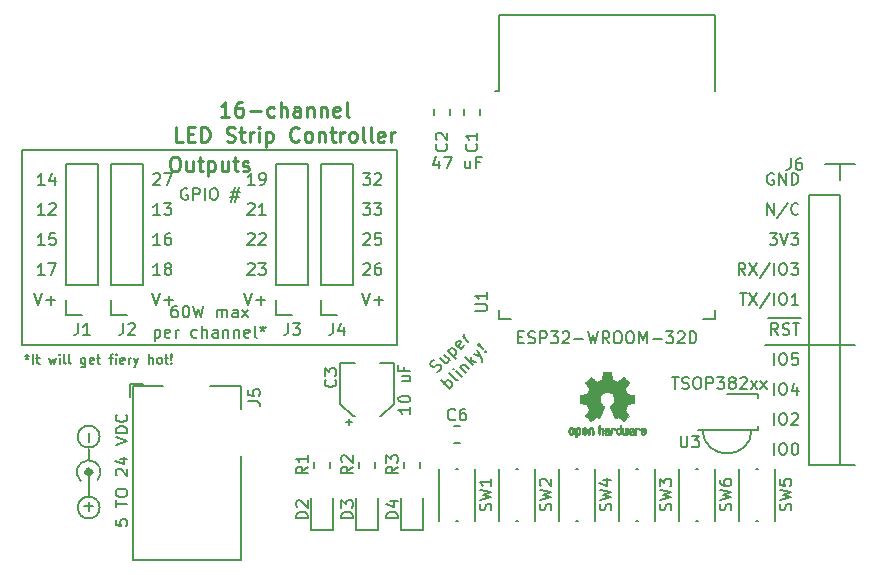
<source format=gbr>
%TF.GenerationSoftware,KiCad,Pcbnew,(5.1.6-0-10_14)*%
%TF.CreationDate,2020-11-11T01:37:45-06:00*%
%TF.ProjectId,kbxLEDController-16ch,6b62784c-4544-4436-9f6e-74726f6c6c65,rev?*%
%TF.SameCoordinates,Original*%
%TF.FileFunction,Legend,Top*%
%TF.FilePolarity,Positive*%
%FSLAX46Y46*%
G04 Gerber Fmt 4.6, Leading zero omitted, Abs format (unit mm)*
G04 Created by KiCad (PCBNEW (5.1.6-0-10_14)) date 2020-11-11 01:37:45*
%MOMM*%
%LPD*%
G01*
G04 APERTURE LIST*
%ADD10C,0.200000*%
%ADD11C,0.175000*%
%ADD12C,0.250000*%
%ADD13C,0.500000*%
%ADD14C,0.150000*%
%ADD15C,0.010000*%
G04 APERTURE END LIST*
D10*
X133576462Y-98203874D02*
X133711149Y-98136531D01*
X133879508Y-97968172D01*
X133913180Y-97867157D01*
X133913180Y-97799813D01*
X133879508Y-97698798D01*
X133812165Y-97631455D01*
X133711149Y-97597783D01*
X133643806Y-97597783D01*
X133542791Y-97631455D01*
X133374432Y-97732470D01*
X133273417Y-97766142D01*
X133206073Y-97766142D01*
X133105058Y-97732470D01*
X133037714Y-97665126D01*
X133004043Y-97564111D01*
X133004043Y-97496768D01*
X133037714Y-97395752D01*
X133206073Y-97227394D01*
X133340760Y-97160050D01*
X134148882Y-96755989D02*
X134620287Y-97227394D01*
X133845836Y-97059035D02*
X134216226Y-97429424D01*
X134317241Y-97463096D01*
X134418256Y-97429424D01*
X134519271Y-97328409D01*
X134552943Y-97227394D01*
X134552943Y-97160050D01*
X134485600Y-96419271D02*
X135192707Y-97126378D01*
X134519271Y-96452943D02*
X134552943Y-96351928D01*
X134687630Y-96217241D01*
X134788646Y-96183569D01*
X134855989Y-96183569D01*
X134957004Y-96217241D01*
X135159035Y-96419271D01*
X135192707Y-96520287D01*
X135192707Y-96587630D01*
X135159035Y-96688646D01*
X135024348Y-96823333D01*
X134923333Y-96857004D01*
X135832470Y-95947867D02*
X135798798Y-96048882D01*
X135664111Y-96183569D01*
X135563096Y-96217241D01*
X135462081Y-96183569D01*
X135192707Y-95914195D01*
X135159035Y-95813180D01*
X135192707Y-95712165D01*
X135327394Y-95577478D01*
X135428409Y-95543806D01*
X135529424Y-95577478D01*
X135596768Y-95644821D01*
X135327394Y-96048882D01*
X136202859Y-95644821D02*
X135731455Y-95173417D01*
X135866142Y-95308104D02*
X135832470Y-95207088D01*
X135832470Y-95139745D01*
X135866142Y-95038730D01*
X135933485Y-94971386D01*
X134627022Y-99624823D02*
X133919915Y-98917716D01*
X134189289Y-99187090D02*
X134222961Y-99086075D01*
X134357648Y-98951388D01*
X134458663Y-98917716D01*
X134526006Y-98917716D01*
X134627022Y-98951388D01*
X134829052Y-99153418D01*
X134862724Y-99254433D01*
X134862724Y-99321777D01*
X134829052Y-99422792D01*
X134694365Y-99557479D01*
X134593350Y-99591151D01*
X135367800Y-98884044D02*
X135266785Y-98917716D01*
X135165770Y-98884044D01*
X134559678Y-98277953D01*
X135637174Y-98614670D02*
X135165770Y-98143266D01*
X134930067Y-97907563D02*
X134930067Y-97974907D01*
X134997411Y-97974907D01*
X134997411Y-97907563D01*
X134930067Y-97907563D01*
X134997411Y-97974907D01*
X135502487Y-97806548D02*
X135973892Y-98277953D01*
X135569831Y-97873892D02*
X135569831Y-97806548D01*
X135603502Y-97705533D01*
X135704518Y-97604518D01*
X135805533Y-97570846D01*
X135906548Y-97604518D01*
X136276937Y-97974907D01*
X136613655Y-97638189D02*
X135906548Y-96931083D01*
X136411624Y-97301472D02*
X136883029Y-97368815D01*
X136411624Y-96897411D02*
X136411624Y-97436159D01*
X136647327Y-96661709D02*
X137287090Y-96964754D01*
X136984044Y-96324991D02*
X137287090Y-96964754D01*
X137388105Y-97200457D01*
X137388105Y-97267800D01*
X137354433Y-97368815D01*
X137657479Y-96459678D02*
X137724823Y-96459678D01*
X137724823Y-96527022D01*
X137657479Y-96527022D01*
X137657479Y-96459678D01*
X137724823Y-96527022D01*
X137455449Y-96257648D02*
X137017716Y-95887258D01*
X137017716Y-95819915D01*
X137085059Y-95819915D01*
X137455449Y-96257648D01*
X137017716Y-95819915D01*
D11*
X98843511Y-96716904D02*
X98843511Y-96907380D01*
X98653035Y-96831190D02*
X98843511Y-96907380D01*
X99033988Y-96831190D01*
X98729226Y-97059761D02*
X98843511Y-96907380D01*
X98957797Y-97059761D01*
X99338750Y-97516904D02*
X99338750Y-96716904D01*
X99605416Y-96983571D02*
X99910178Y-96983571D01*
X99719702Y-96716904D02*
X99719702Y-97402619D01*
X99757797Y-97478809D01*
X99833988Y-97516904D01*
X99910178Y-97516904D01*
X100710178Y-96983571D02*
X100862559Y-97516904D01*
X101014940Y-97135952D01*
X101167321Y-97516904D01*
X101319702Y-96983571D01*
X101624464Y-97516904D02*
X101624464Y-96983571D01*
X101624464Y-96716904D02*
X101586369Y-96755000D01*
X101624464Y-96793095D01*
X101662559Y-96755000D01*
X101624464Y-96716904D01*
X101624464Y-96793095D01*
X102119702Y-97516904D02*
X102043511Y-97478809D01*
X102005416Y-97402619D01*
X102005416Y-96716904D01*
X102538750Y-97516904D02*
X102462559Y-97478809D01*
X102424464Y-97402619D01*
X102424464Y-96716904D01*
X103795892Y-96983571D02*
X103795892Y-97631190D01*
X103757797Y-97707380D01*
X103719702Y-97745476D01*
X103643511Y-97783571D01*
X103529226Y-97783571D01*
X103453035Y-97745476D01*
X103795892Y-97478809D02*
X103719702Y-97516904D01*
X103567321Y-97516904D01*
X103491130Y-97478809D01*
X103453035Y-97440714D01*
X103414940Y-97364523D01*
X103414940Y-97135952D01*
X103453035Y-97059761D01*
X103491130Y-97021666D01*
X103567321Y-96983571D01*
X103719702Y-96983571D01*
X103795892Y-97021666D01*
X104481607Y-97478809D02*
X104405416Y-97516904D01*
X104253035Y-97516904D01*
X104176845Y-97478809D01*
X104138750Y-97402619D01*
X104138750Y-97097857D01*
X104176845Y-97021666D01*
X104253035Y-96983571D01*
X104405416Y-96983571D01*
X104481607Y-97021666D01*
X104519702Y-97097857D01*
X104519702Y-97174047D01*
X104138750Y-97250238D01*
X104748273Y-96983571D02*
X105053035Y-96983571D01*
X104862559Y-96716904D02*
X104862559Y-97402619D01*
X104900654Y-97478809D01*
X104976845Y-97516904D01*
X105053035Y-97516904D01*
X105814940Y-96983571D02*
X106119702Y-96983571D01*
X105929226Y-97516904D02*
X105929226Y-96831190D01*
X105967321Y-96755000D01*
X106043511Y-96716904D01*
X106119702Y-96716904D01*
X106386369Y-97516904D02*
X106386369Y-96983571D01*
X106386369Y-96716904D02*
X106348273Y-96755000D01*
X106386369Y-96793095D01*
X106424464Y-96755000D01*
X106386369Y-96716904D01*
X106386369Y-96793095D01*
X107072083Y-97478809D02*
X106995892Y-97516904D01*
X106843511Y-97516904D01*
X106767321Y-97478809D01*
X106729226Y-97402619D01*
X106729226Y-97097857D01*
X106767321Y-97021666D01*
X106843511Y-96983571D01*
X106995892Y-96983571D01*
X107072083Y-97021666D01*
X107110178Y-97097857D01*
X107110178Y-97174047D01*
X106729226Y-97250238D01*
X107453035Y-97516904D02*
X107453035Y-96983571D01*
X107453035Y-97135952D02*
X107491130Y-97059761D01*
X107529226Y-97021666D01*
X107605416Y-96983571D01*
X107681607Y-96983571D01*
X107872083Y-96983571D02*
X108062559Y-97516904D01*
X108253035Y-96983571D02*
X108062559Y-97516904D01*
X107986369Y-97707380D01*
X107948273Y-97745476D01*
X107872083Y-97783571D01*
X109167321Y-97516904D02*
X109167321Y-96716904D01*
X109510178Y-97516904D02*
X109510178Y-97097857D01*
X109472083Y-97021666D01*
X109395892Y-96983571D01*
X109281607Y-96983571D01*
X109205416Y-97021666D01*
X109167321Y-97059761D01*
X110005416Y-97516904D02*
X109929226Y-97478809D01*
X109891130Y-97440714D01*
X109853035Y-97364523D01*
X109853035Y-97135952D01*
X109891130Y-97059761D01*
X109929226Y-97021666D01*
X110005416Y-96983571D01*
X110119702Y-96983571D01*
X110195892Y-97021666D01*
X110233988Y-97059761D01*
X110272083Y-97135952D01*
X110272083Y-97364523D01*
X110233988Y-97440714D01*
X110195892Y-97478809D01*
X110119702Y-97516904D01*
X110005416Y-97516904D01*
X110500654Y-96983571D02*
X110805416Y-96983571D01*
X110614940Y-96716904D02*
X110614940Y-97402619D01*
X110653035Y-97478809D01*
X110729226Y-97516904D01*
X110805416Y-97516904D01*
X111072083Y-97440714D02*
X111110178Y-97478809D01*
X111072083Y-97516904D01*
X111033988Y-97478809D01*
X111072083Y-97440714D01*
X111072083Y-97516904D01*
X111072083Y-97212142D02*
X111033988Y-96755000D01*
X111072083Y-96716904D01*
X111110178Y-96755000D01*
X111072083Y-97212142D01*
X111072083Y-96716904D01*
D10*
X112419047Y-82685000D02*
X112323809Y-82637380D01*
X112180952Y-82637380D01*
X112038095Y-82685000D01*
X111942857Y-82780238D01*
X111895238Y-82875476D01*
X111847619Y-83065952D01*
X111847619Y-83208809D01*
X111895238Y-83399285D01*
X111942857Y-83494523D01*
X112038095Y-83589761D01*
X112180952Y-83637380D01*
X112276190Y-83637380D01*
X112419047Y-83589761D01*
X112466666Y-83542142D01*
X112466666Y-83208809D01*
X112276190Y-83208809D01*
X112895238Y-83637380D02*
X112895238Y-82637380D01*
X113276190Y-82637380D01*
X113371428Y-82685000D01*
X113419047Y-82732619D01*
X113466666Y-82827857D01*
X113466666Y-82970714D01*
X113419047Y-83065952D01*
X113371428Y-83113571D01*
X113276190Y-83161190D01*
X112895238Y-83161190D01*
X113895238Y-83637380D02*
X113895238Y-82637380D01*
X114561904Y-82637380D02*
X114752380Y-82637380D01*
X114847619Y-82685000D01*
X114942857Y-82780238D01*
X114990476Y-82970714D01*
X114990476Y-83304047D01*
X114942857Y-83494523D01*
X114847619Y-83589761D01*
X114752380Y-83637380D01*
X114561904Y-83637380D01*
X114466666Y-83589761D01*
X114371428Y-83494523D01*
X114323809Y-83304047D01*
X114323809Y-82970714D01*
X114371428Y-82780238D01*
X114466666Y-82685000D01*
X114561904Y-82637380D01*
X116133333Y-82970714D02*
X116847619Y-82970714D01*
X116419047Y-82542142D02*
X116133333Y-83827857D01*
X116752380Y-83399285D02*
X116038095Y-83399285D01*
X116466666Y-83827857D02*
X116752380Y-82542142D01*
D12*
X111264285Y-79960476D02*
X111502380Y-79960476D01*
X111621428Y-80020000D01*
X111740476Y-80139047D01*
X111800000Y-80377142D01*
X111800000Y-80793809D01*
X111740476Y-81031904D01*
X111621428Y-81150952D01*
X111502380Y-81210476D01*
X111264285Y-81210476D01*
X111145238Y-81150952D01*
X111026190Y-81031904D01*
X110966666Y-80793809D01*
X110966666Y-80377142D01*
X111026190Y-80139047D01*
X111145238Y-80020000D01*
X111264285Y-79960476D01*
X112871428Y-80377142D02*
X112871428Y-81210476D01*
X112335714Y-80377142D02*
X112335714Y-81031904D01*
X112395238Y-81150952D01*
X112514285Y-81210476D01*
X112692857Y-81210476D01*
X112811904Y-81150952D01*
X112871428Y-81091428D01*
X113288095Y-80377142D02*
X113764285Y-80377142D01*
X113466666Y-79960476D02*
X113466666Y-81031904D01*
X113526190Y-81150952D01*
X113645238Y-81210476D01*
X113764285Y-81210476D01*
X114180952Y-80377142D02*
X114180952Y-81627142D01*
X114180952Y-80436666D02*
X114300000Y-80377142D01*
X114538095Y-80377142D01*
X114657142Y-80436666D01*
X114716666Y-80496190D01*
X114776190Y-80615238D01*
X114776190Y-80972380D01*
X114716666Y-81091428D01*
X114657142Y-81150952D01*
X114538095Y-81210476D01*
X114300000Y-81210476D01*
X114180952Y-81150952D01*
X115847619Y-80377142D02*
X115847619Y-81210476D01*
X115311904Y-80377142D02*
X115311904Y-81031904D01*
X115371428Y-81150952D01*
X115490476Y-81210476D01*
X115669047Y-81210476D01*
X115788095Y-81150952D01*
X115847619Y-81091428D01*
X116264285Y-80377142D02*
X116740476Y-80377142D01*
X116442857Y-79960476D02*
X116442857Y-81031904D01*
X116502380Y-81150952D01*
X116621428Y-81210476D01*
X116740476Y-81210476D01*
X117097619Y-81150952D02*
X117216666Y-81210476D01*
X117454761Y-81210476D01*
X117573809Y-81150952D01*
X117633333Y-81031904D01*
X117633333Y-80972380D01*
X117573809Y-80853333D01*
X117454761Y-80793809D01*
X117276190Y-80793809D01*
X117157142Y-80734285D01*
X117097619Y-80615238D01*
X117097619Y-80555714D01*
X117157142Y-80436666D01*
X117276190Y-80377142D01*
X117454761Y-80377142D01*
X117573809Y-80436666D01*
D10*
X161290000Y-95885000D02*
X168910000Y-95885000D01*
X167700000Y-80585000D02*
X168910000Y-80585000D01*
X167700000Y-106105000D02*
X168910000Y-106105000D01*
X98425000Y-79375000D02*
X98425000Y-95885000D01*
X130175000Y-79375000D02*
X98425000Y-79375000D01*
X130175000Y-95885000D02*
X130175000Y-79375000D01*
X98425000Y-95885000D02*
X130175000Y-95885000D01*
X111538095Y-92582380D02*
X111347619Y-92582380D01*
X111252380Y-92630000D01*
X111204761Y-92677619D01*
X111109523Y-92820476D01*
X111061904Y-93010952D01*
X111061904Y-93391904D01*
X111109523Y-93487142D01*
X111157142Y-93534761D01*
X111252380Y-93582380D01*
X111442857Y-93582380D01*
X111538095Y-93534761D01*
X111585714Y-93487142D01*
X111633333Y-93391904D01*
X111633333Y-93153809D01*
X111585714Y-93058571D01*
X111538095Y-93010952D01*
X111442857Y-92963333D01*
X111252380Y-92963333D01*
X111157142Y-93010952D01*
X111109523Y-93058571D01*
X111061904Y-93153809D01*
X112252380Y-92582380D02*
X112347619Y-92582380D01*
X112442857Y-92630000D01*
X112490476Y-92677619D01*
X112538095Y-92772857D01*
X112585714Y-92963333D01*
X112585714Y-93201428D01*
X112538095Y-93391904D01*
X112490476Y-93487142D01*
X112442857Y-93534761D01*
X112347619Y-93582380D01*
X112252380Y-93582380D01*
X112157142Y-93534761D01*
X112109523Y-93487142D01*
X112061904Y-93391904D01*
X112014285Y-93201428D01*
X112014285Y-92963333D01*
X112061904Y-92772857D01*
X112109523Y-92677619D01*
X112157142Y-92630000D01*
X112252380Y-92582380D01*
X112919047Y-92582380D02*
X113157142Y-93582380D01*
X113347619Y-92868095D01*
X113538095Y-93582380D01*
X113776190Y-92582380D01*
X114919047Y-93582380D02*
X114919047Y-92915714D01*
X114919047Y-93010952D02*
X114966666Y-92963333D01*
X115061904Y-92915714D01*
X115204761Y-92915714D01*
X115300000Y-92963333D01*
X115347619Y-93058571D01*
X115347619Y-93582380D01*
X115347619Y-93058571D02*
X115395238Y-92963333D01*
X115490476Y-92915714D01*
X115633333Y-92915714D01*
X115728571Y-92963333D01*
X115776190Y-93058571D01*
X115776190Y-93582380D01*
X116680952Y-93582380D02*
X116680952Y-93058571D01*
X116633333Y-92963333D01*
X116538095Y-92915714D01*
X116347619Y-92915714D01*
X116252380Y-92963333D01*
X116680952Y-93534761D02*
X116585714Y-93582380D01*
X116347619Y-93582380D01*
X116252380Y-93534761D01*
X116204761Y-93439523D01*
X116204761Y-93344285D01*
X116252380Y-93249047D01*
X116347619Y-93201428D01*
X116585714Y-93201428D01*
X116680952Y-93153809D01*
X117061904Y-93582380D02*
X117585714Y-92915714D01*
X117061904Y-92915714D02*
X117585714Y-93582380D01*
X109657142Y-94615714D02*
X109657142Y-95615714D01*
X109657142Y-94663333D02*
X109752380Y-94615714D01*
X109942857Y-94615714D01*
X110038095Y-94663333D01*
X110085714Y-94710952D01*
X110133333Y-94806190D01*
X110133333Y-95091904D01*
X110085714Y-95187142D01*
X110038095Y-95234761D01*
X109942857Y-95282380D01*
X109752380Y-95282380D01*
X109657142Y-95234761D01*
X110942857Y-95234761D02*
X110847619Y-95282380D01*
X110657142Y-95282380D01*
X110561904Y-95234761D01*
X110514285Y-95139523D01*
X110514285Y-94758571D01*
X110561904Y-94663333D01*
X110657142Y-94615714D01*
X110847619Y-94615714D01*
X110942857Y-94663333D01*
X110990476Y-94758571D01*
X110990476Y-94853809D01*
X110514285Y-94949047D01*
X111419047Y-95282380D02*
X111419047Y-94615714D01*
X111419047Y-94806190D02*
X111466666Y-94710952D01*
X111514285Y-94663333D01*
X111609523Y-94615714D01*
X111704761Y-94615714D01*
X113228571Y-95234761D02*
X113133333Y-95282380D01*
X112942857Y-95282380D01*
X112847619Y-95234761D01*
X112800000Y-95187142D01*
X112752380Y-95091904D01*
X112752380Y-94806190D01*
X112800000Y-94710952D01*
X112847619Y-94663333D01*
X112942857Y-94615714D01*
X113133333Y-94615714D01*
X113228571Y-94663333D01*
X113657142Y-95282380D02*
X113657142Y-94282380D01*
X114085714Y-95282380D02*
X114085714Y-94758571D01*
X114038095Y-94663333D01*
X113942857Y-94615714D01*
X113800000Y-94615714D01*
X113704761Y-94663333D01*
X113657142Y-94710952D01*
X114990476Y-95282380D02*
X114990476Y-94758571D01*
X114942857Y-94663333D01*
X114847619Y-94615714D01*
X114657142Y-94615714D01*
X114561904Y-94663333D01*
X114990476Y-95234761D02*
X114895238Y-95282380D01*
X114657142Y-95282380D01*
X114561904Y-95234761D01*
X114514285Y-95139523D01*
X114514285Y-95044285D01*
X114561904Y-94949047D01*
X114657142Y-94901428D01*
X114895238Y-94901428D01*
X114990476Y-94853809D01*
X115466666Y-94615714D02*
X115466666Y-95282380D01*
X115466666Y-94710952D02*
X115514285Y-94663333D01*
X115609523Y-94615714D01*
X115752380Y-94615714D01*
X115847619Y-94663333D01*
X115895238Y-94758571D01*
X115895238Y-95282380D01*
X116371428Y-94615714D02*
X116371428Y-95282380D01*
X116371428Y-94710952D02*
X116419047Y-94663333D01*
X116514285Y-94615714D01*
X116657142Y-94615714D01*
X116752380Y-94663333D01*
X116800000Y-94758571D01*
X116800000Y-95282380D01*
X117657142Y-95234761D02*
X117561904Y-95282380D01*
X117371428Y-95282380D01*
X117276190Y-95234761D01*
X117228571Y-95139523D01*
X117228571Y-94758571D01*
X117276190Y-94663333D01*
X117371428Y-94615714D01*
X117561904Y-94615714D01*
X117657142Y-94663333D01*
X117704761Y-94758571D01*
X117704761Y-94853809D01*
X117228571Y-94949047D01*
X118276190Y-95282380D02*
X118180952Y-95234761D01*
X118133333Y-95139523D01*
X118133333Y-94282380D01*
X118800000Y-94282380D02*
X118800000Y-94520476D01*
X118561904Y-94425238D02*
X118800000Y-94520476D01*
X119038095Y-94425238D01*
X118657142Y-94710952D02*
X118800000Y-94520476D01*
X118942857Y-94710952D01*
D12*
X115977380Y-76591976D02*
X115263095Y-76591976D01*
X115620238Y-76591976D02*
X115620238Y-75341976D01*
X115501190Y-75520547D01*
X115382142Y-75639595D01*
X115263095Y-75699119D01*
X117048809Y-75341976D02*
X116810714Y-75341976D01*
X116691666Y-75401500D01*
X116632142Y-75461023D01*
X116513095Y-75639595D01*
X116453571Y-75877690D01*
X116453571Y-76353880D01*
X116513095Y-76472928D01*
X116572619Y-76532452D01*
X116691666Y-76591976D01*
X116929761Y-76591976D01*
X117048809Y-76532452D01*
X117108333Y-76472928D01*
X117167857Y-76353880D01*
X117167857Y-76056261D01*
X117108333Y-75937214D01*
X117048809Y-75877690D01*
X116929761Y-75818166D01*
X116691666Y-75818166D01*
X116572619Y-75877690D01*
X116513095Y-75937214D01*
X116453571Y-76056261D01*
X117703571Y-76115785D02*
X118655952Y-76115785D01*
X119786904Y-76532452D02*
X119667857Y-76591976D01*
X119429761Y-76591976D01*
X119310714Y-76532452D01*
X119251190Y-76472928D01*
X119191666Y-76353880D01*
X119191666Y-75996738D01*
X119251190Y-75877690D01*
X119310714Y-75818166D01*
X119429761Y-75758642D01*
X119667857Y-75758642D01*
X119786904Y-75818166D01*
X120322619Y-76591976D02*
X120322619Y-75341976D01*
X120858333Y-76591976D02*
X120858333Y-75937214D01*
X120798809Y-75818166D01*
X120679761Y-75758642D01*
X120501190Y-75758642D01*
X120382142Y-75818166D01*
X120322619Y-75877690D01*
X121989285Y-76591976D02*
X121989285Y-75937214D01*
X121929761Y-75818166D01*
X121810714Y-75758642D01*
X121572619Y-75758642D01*
X121453571Y-75818166D01*
X121989285Y-76532452D02*
X121870238Y-76591976D01*
X121572619Y-76591976D01*
X121453571Y-76532452D01*
X121394047Y-76413404D01*
X121394047Y-76294357D01*
X121453571Y-76175309D01*
X121572619Y-76115785D01*
X121870238Y-76115785D01*
X121989285Y-76056261D01*
X122584523Y-75758642D02*
X122584523Y-76591976D01*
X122584523Y-75877690D02*
X122644047Y-75818166D01*
X122763095Y-75758642D01*
X122941666Y-75758642D01*
X123060714Y-75818166D01*
X123120238Y-75937214D01*
X123120238Y-76591976D01*
X123715476Y-75758642D02*
X123715476Y-76591976D01*
X123715476Y-75877690D02*
X123775000Y-75818166D01*
X123894047Y-75758642D01*
X124072619Y-75758642D01*
X124191666Y-75818166D01*
X124251190Y-75937214D01*
X124251190Y-76591976D01*
X125322619Y-76532452D02*
X125203571Y-76591976D01*
X124965476Y-76591976D01*
X124846428Y-76532452D01*
X124786904Y-76413404D01*
X124786904Y-75937214D01*
X124846428Y-75818166D01*
X124965476Y-75758642D01*
X125203571Y-75758642D01*
X125322619Y-75818166D01*
X125382142Y-75937214D01*
X125382142Y-76056261D01*
X124786904Y-76175309D01*
X126096428Y-76591976D02*
X125977380Y-76532452D01*
X125917857Y-76413404D01*
X125917857Y-75341976D01*
X112048809Y-78716976D02*
X111453571Y-78716976D01*
X111453571Y-77466976D01*
X112465476Y-78062214D02*
X112882142Y-78062214D01*
X113060714Y-78716976D02*
X112465476Y-78716976D01*
X112465476Y-77466976D01*
X113060714Y-77466976D01*
X113596428Y-78716976D02*
X113596428Y-77466976D01*
X113894047Y-77466976D01*
X114072619Y-77526500D01*
X114191666Y-77645547D01*
X114251190Y-77764595D01*
X114310714Y-78002690D01*
X114310714Y-78181261D01*
X114251190Y-78419357D01*
X114191666Y-78538404D01*
X114072619Y-78657452D01*
X113894047Y-78716976D01*
X113596428Y-78716976D01*
X115739285Y-78657452D02*
X115917857Y-78716976D01*
X116215476Y-78716976D01*
X116334523Y-78657452D01*
X116394047Y-78597928D01*
X116453571Y-78478880D01*
X116453571Y-78359833D01*
X116394047Y-78240785D01*
X116334523Y-78181261D01*
X116215476Y-78121738D01*
X115977380Y-78062214D01*
X115858333Y-78002690D01*
X115798809Y-77943166D01*
X115739285Y-77824119D01*
X115739285Y-77705071D01*
X115798809Y-77586023D01*
X115858333Y-77526500D01*
X115977380Y-77466976D01*
X116275000Y-77466976D01*
X116453571Y-77526500D01*
X116810714Y-77883642D02*
X117286904Y-77883642D01*
X116989285Y-77466976D02*
X116989285Y-78538404D01*
X117048809Y-78657452D01*
X117167857Y-78716976D01*
X117286904Y-78716976D01*
X117703571Y-78716976D02*
X117703571Y-77883642D01*
X117703571Y-78121738D02*
X117763095Y-78002690D01*
X117822619Y-77943166D01*
X117941666Y-77883642D01*
X118060714Y-77883642D01*
X118477380Y-78716976D02*
X118477380Y-77883642D01*
X118477380Y-77466976D02*
X118417857Y-77526500D01*
X118477380Y-77586023D01*
X118536904Y-77526500D01*
X118477380Y-77466976D01*
X118477380Y-77586023D01*
X119072619Y-77883642D02*
X119072619Y-79133642D01*
X119072619Y-77943166D02*
X119191666Y-77883642D01*
X119429761Y-77883642D01*
X119548809Y-77943166D01*
X119608333Y-78002690D01*
X119667857Y-78121738D01*
X119667857Y-78478880D01*
X119608333Y-78597928D01*
X119548809Y-78657452D01*
X119429761Y-78716976D01*
X119191666Y-78716976D01*
X119072619Y-78657452D01*
X121870238Y-78597928D02*
X121810714Y-78657452D01*
X121632142Y-78716976D01*
X121513095Y-78716976D01*
X121334523Y-78657452D01*
X121215476Y-78538404D01*
X121155952Y-78419357D01*
X121096428Y-78181261D01*
X121096428Y-78002690D01*
X121155952Y-77764595D01*
X121215476Y-77645547D01*
X121334523Y-77526500D01*
X121513095Y-77466976D01*
X121632142Y-77466976D01*
X121810714Y-77526500D01*
X121870238Y-77586023D01*
X122584523Y-78716976D02*
X122465476Y-78657452D01*
X122405952Y-78597928D01*
X122346428Y-78478880D01*
X122346428Y-78121738D01*
X122405952Y-78002690D01*
X122465476Y-77943166D01*
X122584523Y-77883642D01*
X122763095Y-77883642D01*
X122882142Y-77943166D01*
X122941666Y-78002690D01*
X123001190Y-78121738D01*
X123001190Y-78478880D01*
X122941666Y-78597928D01*
X122882142Y-78657452D01*
X122763095Y-78716976D01*
X122584523Y-78716976D01*
X123536904Y-77883642D02*
X123536904Y-78716976D01*
X123536904Y-78002690D02*
X123596428Y-77943166D01*
X123715476Y-77883642D01*
X123894047Y-77883642D01*
X124013095Y-77943166D01*
X124072619Y-78062214D01*
X124072619Y-78716976D01*
X124489285Y-77883642D02*
X124965476Y-77883642D01*
X124667857Y-77466976D02*
X124667857Y-78538404D01*
X124727380Y-78657452D01*
X124846428Y-78716976D01*
X124965476Y-78716976D01*
X125382142Y-78716976D02*
X125382142Y-77883642D01*
X125382142Y-78121738D02*
X125441666Y-78002690D01*
X125501190Y-77943166D01*
X125620238Y-77883642D01*
X125739285Y-77883642D01*
X126334523Y-78716976D02*
X126215476Y-78657452D01*
X126155952Y-78597928D01*
X126096428Y-78478880D01*
X126096428Y-78121738D01*
X126155952Y-78002690D01*
X126215476Y-77943166D01*
X126334523Y-77883642D01*
X126513095Y-77883642D01*
X126632142Y-77943166D01*
X126691666Y-78002690D01*
X126751190Y-78121738D01*
X126751190Y-78478880D01*
X126691666Y-78597928D01*
X126632142Y-78657452D01*
X126513095Y-78716976D01*
X126334523Y-78716976D01*
X127465476Y-78716976D02*
X127346428Y-78657452D01*
X127286904Y-78538404D01*
X127286904Y-77466976D01*
X128120238Y-78716976D02*
X128001190Y-78657452D01*
X127941666Y-78538404D01*
X127941666Y-77466976D01*
X129072619Y-78657452D02*
X128953571Y-78716976D01*
X128715476Y-78716976D01*
X128596428Y-78657452D01*
X128536904Y-78538404D01*
X128536904Y-78062214D01*
X128596428Y-77943166D01*
X128715476Y-77883642D01*
X128953571Y-77883642D01*
X129072619Y-77943166D01*
X129132142Y-78062214D01*
X129132142Y-78181261D01*
X128536904Y-78300309D01*
X129667857Y-78716976D02*
X129667857Y-77883642D01*
X129667857Y-78121738D02*
X129727380Y-78002690D01*
X129786904Y-77943166D01*
X129905952Y-77883642D01*
X130025000Y-77883642D01*
D13*
%TO.C,REF\u002A\u002A*%
X104240000Y-106680000D02*
G75*
G03*
X104240000Y-106680000I-175000J0D01*
G01*
D14*
X104990000Y-109680000D02*
G75*
G03*
X104990000Y-109680000I-925000J0D01*
G01*
X104990000Y-103680000D02*
G75*
G03*
X104990000Y-103680000I-925000J0D01*
G01*
X104065000Y-104680000D02*
X104065000Y-105580000D01*
X104065000Y-106680000D02*
X104065000Y-108680000D01*
X104815000Y-107355000D02*
G75*
G03*
X103390000Y-107430000I-750000J675000D01*
G01*
D15*
G36*
X145554744Y-102884918D02*
G01*
X145610201Y-102912568D01*
X145659148Y-102963480D01*
X145672629Y-102982338D01*
X145687314Y-103007015D01*
X145696842Y-103033816D01*
X145702293Y-103069587D01*
X145704747Y-103121169D01*
X145705286Y-103189267D01*
X145702852Y-103282588D01*
X145694394Y-103352657D01*
X145678174Y-103404931D01*
X145652454Y-103444869D01*
X145615497Y-103477929D01*
X145612782Y-103479886D01*
X145576360Y-103499908D01*
X145532502Y-103509815D01*
X145476724Y-103512257D01*
X145386048Y-103512257D01*
X145386010Y-103600283D01*
X145385166Y-103649308D01*
X145380024Y-103678065D01*
X145366587Y-103695311D01*
X145340858Y-103709808D01*
X145334679Y-103712769D01*
X145305764Y-103726648D01*
X145283376Y-103735414D01*
X145266729Y-103736171D01*
X145255036Y-103726023D01*
X145247510Y-103702073D01*
X145243366Y-103661426D01*
X145241815Y-103601186D01*
X145242071Y-103518455D01*
X145243349Y-103410339D01*
X145243748Y-103378000D01*
X145245185Y-103266524D01*
X145246472Y-103193603D01*
X145385971Y-103193603D01*
X145386755Y-103255499D01*
X145390240Y-103295997D01*
X145398124Y-103322708D01*
X145412105Y-103343244D01*
X145421597Y-103353260D01*
X145460404Y-103382567D01*
X145494763Y-103384952D01*
X145530216Y-103360750D01*
X145531114Y-103359857D01*
X145545539Y-103341153D01*
X145554313Y-103315732D01*
X145558739Y-103276584D01*
X145560118Y-103216697D01*
X145560143Y-103203430D01*
X145556812Y-103120901D01*
X145545969Y-103063691D01*
X145526340Y-103028766D01*
X145496650Y-103013094D01*
X145479491Y-103011514D01*
X145438766Y-103018926D01*
X145410832Y-103043330D01*
X145394017Y-103087980D01*
X145386650Y-103156130D01*
X145385971Y-103193603D01*
X145246472Y-103193603D01*
X145246708Y-103180245D01*
X145248677Y-103115333D01*
X145251450Y-103067958D01*
X145255388Y-103034290D01*
X145260849Y-103010498D01*
X145268192Y-102992753D01*
X145277777Y-102977224D01*
X145281887Y-102971381D01*
X145336405Y-102916185D01*
X145405336Y-102884890D01*
X145485072Y-102876165D01*
X145554744Y-102884918D01*
G37*
X145554744Y-102884918D02*
X145610201Y-102912568D01*
X145659148Y-102963480D01*
X145672629Y-102982338D01*
X145687314Y-103007015D01*
X145696842Y-103033816D01*
X145702293Y-103069587D01*
X145704747Y-103121169D01*
X145705286Y-103189267D01*
X145702852Y-103282588D01*
X145694394Y-103352657D01*
X145678174Y-103404931D01*
X145652454Y-103444869D01*
X145615497Y-103477929D01*
X145612782Y-103479886D01*
X145576360Y-103499908D01*
X145532502Y-103509815D01*
X145476724Y-103512257D01*
X145386048Y-103512257D01*
X145386010Y-103600283D01*
X145385166Y-103649308D01*
X145380024Y-103678065D01*
X145366587Y-103695311D01*
X145340858Y-103709808D01*
X145334679Y-103712769D01*
X145305764Y-103726648D01*
X145283376Y-103735414D01*
X145266729Y-103736171D01*
X145255036Y-103726023D01*
X145247510Y-103702073D01*
X145243366Y-103661426D01*
X145241815Y-103601186D01*
X145242071Y-103518455D01*
X145243349Y-103410339D01*
X145243748Y-103378000D01*
X145245185Y-103266524D01*
X145246472Y-103193603D01*
X145385971Y-103193603D01*
X145386755Y-103255499D01*
X145390240Y-103295997D01*
X145398124Y-103322708D01*
X145412105Y-103343244D01*
X145421597Y-103353260D01*
X145460404Y-103382567D01*
X145494763Y-103384952D01*
X145530216Y-103360750D01*
X145531114Y-103359857D01*
X145545539Y-103341153D01*
X145554313Y-103315732D01*
X145558739Y-103276584D01*
X145560118Y-103216697D01*
X145560143Y-103203430D01*
X145556812Y-103120901D01*
X145545969Y-103063691D01*
X145526340Y-103028766D01*
X145496650Y-103013094D01*
X145479491Y-103011514D01*
X145438766Y-103018926D01*
X145410832Y-103043330D01*
X145394017Y-103087980D01*
X145386650Y-103156130D01*
X145385971Y-103193603D01*
X145246472Y-103193603D01*
X145246708Y-103180245D01*
X145248677Y-103115333D01*
X145251450Y-103067958D01*
X145255388Y-103034290D01*
X145260849Y-103010498D01*
X145268192Y-102992753D01*
X145277777Y-102977224D01*
X145281887Y-102971381D01*
X145336405Y-102916185D01*
X145405336Y-102884890D01*
X145485072Y-102876165D01*
X145554744Y-102884918D01*
G36*
X146671093Y-102892780D02*
G01*
X146717672Y-102919723D01*
X146750057Y-102946466D01*
X146773742Y-102974484D01*
X146790059Y-103008748D01*
X146800339Y-103054227D01*
X146805914Y-103115892D01*
X146808116Y-103198711D01*
X146808371Y-103258246D01*
X146808371Y-103477391D01*
X146746686Y-103505044D01*
X146685000Y-103532697D01*
X146677743Y-103292670D01*
X146674744Y-103203028D01*
X146671598Y-103137962D01*
X146667701Y-103093026D01*
X146662447Y-103063770D01*
X146655231Y-103045748D01*
X146645450Y-103034511D01*
X146642312Y-103032079D01*
X146594761Y-103013083D01*
X146546697Y-103020600D01*
X146518086Y-103040543D01*
X146506447Y-103054675D01*
X146498391Y-103073220D01*
X146493271Y-103101334D01*
X146490441Y-103144173D01*
X146489256Y-103206895D01*
X146489057Y-103272261D01*
X146489018Y-103354268D01*
X146487614Y-103412316D01*
X146482914Y-103451465D01*
X146472987Y-103476780D01*
X146455903Y-103493323D01*
X146429732Y-103506156D01*
X146394775Y-103519491D01*
X146356596Y-103534007D01*
X146361141Y-103276389D01*
X146362971Y-103183519D01*
X146365112Y-103114889D01*
X146368181Y-103065711D01*
X146372794Y-103031198D01*
X146379568Y-103006562D01*
X146389119Y-102987016D01*
X146400634Y-102969770D01*
X146456190Y-102914680D01*
X146523980Y-102882822D01*
X146597713Y-102875191D01*
X146671093Y-102892780D01*
G37*
X146671093Y-102892780D02*
X146717672Y-102919723D01*
X146750057Y-102946466D01*
X146773742Y-102974484D01*
X146790059Y-103008748D01*
X146800339Y-103054227D01*
X146805914Y-103115892D01*
X146808116Y-103198711D01*
X146808371Y-103258246D01*
X146808371Y-103477391D01*
X146746686Y-103505044D01*
X146685000Y-103532697D01*
X146677743Y-103292670D01*
X146674744Y-103203028D01*
X146671598Y-103137962D01*
X146667701Y-103093026D01*
X146662447Y-103063770D01*
X146655231Y-103045748D01*
X146645450Y-103034511D01*
X146642312Y-103032079D01*
X146594761Y-103013083D01*
X146546697Y-103020600D01*
X146518086Y-103040543D01*
X146506447Y-103054675D01*
X146498391Y-103073220D01*
X146493271Y-103101334D01*
X146490441Y-103144173D01*
X146489256Y-103206895D01*
X146489057Y-103272261D01*
X146489018Y-103354268D01*
X146487614Y-103412316D01*
X146482914Y-103451465D01*
X146472987Y-103476780D01*
X146455903Y-103493323D01*
X146429732Y-103506156D01*
X146394775Y-103519491D01*
X146356596Y-103534007D01*
X146361141Y-103276389D01*
X146362971Y-103183519D01*
X146365112Y-103114889D01*
X146368181Y-103065711D01*
X146372794Y-103031198D01*
X146379568Y-103006562D01*
X146389119Y-102987016D01*
X146400634Y-102969770D01*
X146456190Y-102914680D01*
X146523980Y-102882822D01*
X146597713Y-102875191D01*
X146671093Y-102892780D01*
G36*
X144996115Y-102886962D02*
G01*
X145064145Y-102922733D01*
X145114351Y-102980301D01*
X145132185Y-103017312D01*
X145146063Y-103072882D01*
X145153167Y-103143096D01*
X145153840Y-103219727D01*
X145148427Y-103294552D01*
X145137270Y-103359342D01*
X145120714Y-103405873D01*
X145115626Y-103413887D01*
X145055355Y-103473707D01*
X144983769Y-103509535D01*
X144906092Y-103520020D01*
X144827548Y-103503810D01*
X144805689Y-103494092D01*
X144763122Y-103464143D01*
X144725763Y-103424433D01*
X144722232Y-103419397D01*
X144707881Y-103395124D01*
X144698394Y-103369178D01*
X144692790Y-103335022D01*
X144690086Y-103286119D01*
X144689299Y-103215935D01*
X144689286Y-103200200D01*
X144689322Y-103195192D01*
X144834429Y-103195192D01*
X144835273Y-103261430D01*
X144838596Y-103305386D01*
X144845583Y-103333779D01*
X144857416Y-103353325D01*
X144863457Y-103359857D01*
X144898186Y-103384680D01*
X144931903Y-103383548D01*
X144965995Y-103362016D01*
X144986329Y-103339029D01*
X144998371Y-103305478D01*
X145005134Y-103252569D01*
X145005598Y-103246399D01*
X145006752Y-103150513D01*
X144994688Y-103079299D01*
X144969570Y-103033194D01*
X144931560Y-103012635D01*
X144917992Y-103011514D01*
X144882364Y-103017152D01*
X144857994Y-103036686D01*
X144843093Y-103074042D01*
X144835875Y-103133150D01*
X144834429Y-103195192D01*
X144689322Y-103195192D01*
X144689826Y-103125413D01*
X144692096Y-103073159D01*
X144697068Y-103036949D01*
X144705713Y-103010299D01*
X144719005Y-102986722D01*
X144721943Y-102982338D01*
X144771313Y-102923249D01*
X144825109Y-102888947D01*
X144890602Y-102875331D01*
X144912842Y-102874665D01*
X144996115Y-102886962D01*
G37*
X144996115Y-102886962D02*
X145064145Y-102922733D01*
X145114351Y-102980301D01*
X145132185Y-103017312D01*
X145146063Y-103072882D01*
X145153167Y-103143096D01*
X145153840Y-103219727D01*
X145148427Y-103294552D01*
X145137270Y-103359342D01*
X145120714Y-103405873D01*
X145115626Y-103413887D01*
X145055355Y-103473707D01*
X144983769Y-103509535D01*
X144906092Y-103520020D01*
X144827548Y-103503810D01*
X144805689Y-103494092D01*
X144763122Y-103464143D01*
X144725763Y-103424433D01*
X144722232Y-103419397D01*
X144707881Y-103395124D01*
X144698394Y-103369178D01*
X144692790Y-103335022D01*
X144690086Y-103286119D01*
X144689299Y-103215935D01*
X144689286Y-103200200D01*
X144689322Y-103195192D01*
X144834429Y-103195192D01*
X144835273Y-103261430D01*
X144838596Y-103305386D01*
X144845583Y-103333779D01*
X144857416Y-103353325D01*
X144863457Y-103359857D01*
X144898186Y-103384680D01*
X144931903Y-103383548D01*
X144965995Y-103362016D01*
X144986329Y-103339029D01*
X144998371Y-103305478D01*
X145005134Y-103252569D01*
X145005598Y-103246399D01*
X145006752Y-103150513D01*
X144994688Y-103079299D01*
X144969570Y-103033194D01*
X144931560Y-103012635D01*
X144917992Y-103011514D01*
X144882364Y-103017152D01*
X144857994Y-103036686D01*
X144843093Y-103074042D01*
X144835875Y-103133150D01*
X144834429Y-103195192D01*
X144689322Y-103195192D01*
X144689826Y-103125413D01*
X144692096Y-103073159D01*
X144697068Y-103036949D01*
X144705713Y-103010299D01*
X144719005Y-102986722D01*
X144721943Y-102982338D01*
X144771313Y-102923249D01*
X144825109Y-102888947D01*
X144890602Y-102875331D01*
X144912842Y-102874665D01*
X144996115Y-102886962D01*
G36*
X146123303Y-102896239D02*
G01*
X146180527Y-102934735D01*
X146224749Y-102990335D01*
X146251167Y-103061086D01*
X146256510Y-103113162D01*
X146255903Y-103134893D01*
X146250822Y-103151531D01*
X146236855Y-103166437D01*
X146209589Y-103182973D01*
X146164612Y-103204498D01*
X146097511Y-103234374D01*
X146097171Y-103234524D01*
X146035407Y-103262813D01*
X145984759Y-103287933D01*
X145950404Y-103307179D01*
X145937518Y-103317848D01*
X145937514Y-103317934D01*
X145948872Y-103341166D01*
X145975431Y-103366774D01*
X146005923Y-103385221D01*
X146021370Y-103388886D01*
X146063515Y-103376212D01*
X146099808Y-103344471D01*
X146117517Y-103309572D01*
X146134552Y-103283845D01*
X146167922Y-103254546D01*
X146207149Y-103229235D01*
X146241756Y-103215471D01*
X146248993Y-103214714D01*
X146257139Y-103227160D01*
X146257630Y-103258972D01*
X146251643Y-103301866D01*
X146240357Y-103347558D01*
X146224950Y-103387761D01*
X146224171Y-103389322D01*
X146177804Y-103454062D01*
X146117711Y-103498097D01*
X146049465Y-103519711D01*
X145978638Y-103517185D01*
X145910804Y-103488804D01*
X145907788Y-103486808D01*
X145854427Y-103438448D01*
X145819340Y-103375352D01*
X145799922Y-103292387D01*
X145797316Y-103269078D01*
X145792701Y-103159055D01*
X145798233Y-103107748D01*
X145937514Y-103107748D01*
X145939324Y-103139753D01*
X145949222Y-103149093D01*
X145973898Y-103142105D01*
X146012795Y-103125587D01*
X146056275Y-103104881D01*
X146057356Y-103104333D01*
X146094209Y-103084949D01*
X146109000Y-103072013D01*
X146105353Y-103058451D01*
X146089995Y-103040632D01*
X146050923Y-103014845D01*
X146008846Y-103012950D01*
X145971103Y-103031717D01*
X145945034Y-103067915D01*
X145937514Y-103107748D01*
X145798233Y-103107748D01*
X145802194Y-103071027D01*
X145826550Y-103001212D01*
X145860456Y-102952302D01*
X145921653Y-102902878D01*
X145989063Y-102878359D01*
X146057880Y-102876797D01*
X146123303Y-102896239D01*
G37*
X146123303Y-102896239D02*
X146180527Y-102934735D01*
X146224749Y-102990335D01*
X146251167Y-103061086D01*
X146256510Y-103113162D01*
X146255903Y-103134893D01*
X146250822Y-103151531D01*
X146236855Y-103166437D01*
X146209589Y-103182973D01*
X146164612Y-103204498D01*
X146097511Y-103234374D01*
X146097171Y-103234524D01*
X146035407Y-103262813D01*
X145984759Y-103287933D01*
X145950404Y-103307179D01*
X145937518Y-103317848D01*
X145937514Y-103317934D01*
X145948872Y-103341166D01*
X145975431Y-103366774D01*
X146005923Y-103385221D01*
X146021370Y-103388886D01*
X146063515Y-103376212D01*
X146099808Y-103344471D01*
X146117517Y-103309572D01*
X146134552Y-103283845D01*
X146167922Y-103254546D01*
X146207149Y-103229235D01*
X146241756Y-103215471D01*
X146248993Y-103214714D01*
X146257139Y-103227160D01*
X146257630Y-103258972D01*
X146251643Y-103301866D01*
X146240357Y-103347558D01*
X146224950Y-103387761D01*
X146224171Y-103389322D01*
X146177804Y-103454062D01*
X146117711Y-103498097D01*
X146049465Y-103519711D01*
X145978638Y-103517185D01*
X145910804Y-103488804D01*
X145907788Y-103486808D01*
X145854427Y-103438448D01*
X145819340Y-103375352D01*
X145799922Y-103292387D01*
X145797316Y-103269078D01*
X145792701Y-103159055D01*
X145798233Y-103107748D01*
X145937514Y-103107748D01*
X145939324Y-103139753D01*
X145949222Y-103149093D01*
X145973898Y-103142105D01*
X146012795Y-103125587D01*
X146056275Y-103104881D01*
X146057356Y-103104333D01*
X146094209Y-103084949D01*
X146109000Y-103072013D01*
X146105353Y-103058451D01*
X146089995Y-103040632D01*
X146050923Y-103014845D01*
X146008846Y-103012950D01*
X145971103Y-103031717D01*
X145945034Y-103067915D01*
X145937514Y-103107748D01*
X145798233Y-103107748D01*
X145802194Y-103071027D01*
X145826550Y-103001212D01*
X145860456Y-102952302D01*
X145921653Y-102902878D01*
X145989063Y-102878359D01*
X146057880Y-102876797D01*
X146123303Y-102896239D01*
G36*
X147330886Y-102816289D02*
G01*
X147335139Y-102875613D01*
X147340025Y-102910572D01*
X147346795Y-102925820D01*
X147356702Y-102926015D01*
X147359914Y-102924195D01*
X147402644Y-102911015D01*
X147458227Y-102911785D01*
X147514737Y-102925333D01*
X147550082Y-102942861D01*
X147586321Y-102970861D01*
X147612813Y-103002549D01*
X147630999Y-103042813D01*
X147642322Y-103096543D01*
X147648222Y-103168626D01*
X147650143Y-103263951D01*
X147650177Y-103282237D01*
X147650200Y-103487646D01*
X147604491Y-103503580D01*
X147572027Y-103514420D01*
X147554215Y-103519468D01*
X147553691Y-103519514D01*
X147551937Y-103505828D01*
X147550444Y-103468076D01*
X147549326Y-103411224D01*
X147548697Y-103340234D01*
X147548600Y-103297073D01*
X147548398Y-103211973D01*
X147547358Y-103150981D01*
X147544831Y-103109177D01*
X147540164Y-103081642D01*
X147532707Y-103063456D01*
X147521811Y-103049698D01*
X147515007Y-103043073D01*
X147468272Y-103016375D01*
X147417272Y-103014375D01*
X147371001Y-103036955D01*
X147362444Y-103045107D01*
X147349893Y-103060436D01*
X147341188Y-103078618D01*
X147335631Y-103104909D01*
X147332526Y-103144562D01*
X147331176Y-103202832D01*
X147330886Y-103283173D01*
X147330886Y-103487646D01*
X147285177Y-103503580D01*
X147252713Y-103514420D01*
X147234901Y-103519468D01*
X147234377Y-103519514D01*
X147233037Y-103505623D01*
X147231828Y-103466439D01*
X147230801Y-103405700D01*
X147230002Y-103327141D01*
X147229481Y-103234498D01*
X147229286Y-103131509D01*
X147229286Y-102734342D01*
X147276457Y-102714444D01*
X147323629Y-102694547D01*
X147330886Y-102816289D01*
G37*
X147330886Y-102816289D02*
X147335139Y-102875613D01*
X147340025Y-102910572D01*
X147346795Y-102925820D01*
X147356702Y-102926015D01*
X147359914Y-102924195D01*
X147402644Y-102911015D01*
X147458227Y-102911785D01*
X147514737Y-102925333D01*
X147550082Y-102942861D01*
X147586321Y-102970861D01*
X147612813Y-103002549D01*
X147630999Y-103042813D01*
X147642322Y-103096543D01*
X147648222Y-103168626D01*
X147650143Y-103263951D01*
X147650177Y-103282237D01*
X147650200Y-103487646D01*
X147604491Y-103503580D01*
X147572027Y-103514420D01*
X147554215Y-103519468D01*
X147553691Y-103519514D01*
X147551937Y-103505828D01*
X147550444Y-103468076D01*
X147549326Y-103411224D01*
X147548697Y-103340234D01*
X147548600Y-103297073D01*
X147548398Y-103211973D01*
X147547358Y-103150981D01*
X147544831Y-103109177D01*
X147540164Y-103081642D01*
X147532707Y-103063456D01*
X147521811Y-103049698D01*
X147515007Y-103043073D01*
X147468272Y-103016375D01*
X147417272Y-103014375D01*
X147371001Y-103036955D01*
X147362444Y-103045107D01*
X147349893Y-103060436D01*
X147341188Y-103078618D01*
X147335631Y-103104909D01*
X147332526Y-103144562D01*
X147331176Y-103202832D01*
X147330886Y-103283173D01*
X147330886Y-103487646D01*
X147285177Y-103503580D01*
X147252713Y-103514420D01*
X147234901Y-103519468D01*
X147234377Y-103519514D01*
X147233037Y-103505623D01*
X147231828Y-103466439D01*
X147230801Y-103405700D01*
X147230002Y-103327141D01*
X147229481Y-103234498D01*
X147229286Y-103131509D01*
X147229286Y-102734342D01*
X147276457Y-102714444D01*
X147323629Y-102694547D01*
X147330886Y-102816289D01*
G36*
X147994744Y-102915968D02*
G01*
X148051616Y-102937087D01*
X148052267Y-102937493D01*
X148087440Y-102963380D01*
X148113407Y-102993633D01*
X148131670Y-103033058D01*
X148143732Y-103086462D01*
X148151096Y-103158651D01*
X148155264Y-103254432D01*
X148155629Y-103268078D01*
X148160876Y-103473842D01*
X148116716Y-103496678D01*
X148084763Y-103512110D01*
X148065470Y-103519423D01*
X148064578Y-103519514D01*
X148061239Y-103506022D01*
X148058587Y-103469626D01*
X148056956Y-103416452D01*
X148056600Y-103373393D01*
X148056592Y-103303641D01*
X148053403Y-103259837D01*
X148042288Y-103238944D01*
X148018501Y-103237925D01*
X147977296Y-103253741D01*
X147915086Y-103282815D01*
X147869341Y-103306963D01*
X147845813Y-103327913D01*
X147838896Y-103350747D01*
X147838886Y-103351877D01*
X147850299Y-103391212D01*
X147884092Y-103412462D01*
X147935809Y-103415539D01*
X147973061Y-103415006D01*
X147992703Y-103425735D01*
X148004952Y-103451505D01*
X148012002Y-103484337D01*
X148001842Y-103502966D01*
X147998017Y-103505632D01*
X147962001Y-103516340D01*
X147911566Y-103517856D01*
X147859626Y-103510759D01*
X147822822Y-103497788D01*
X147771938Y-103454585D01*
X147743014Y-103394446D01*
X147737286Y-103347462D01*
X147741657Y-103305082D01*
X147757475Y-103270488D01*
X147788797Y-103239763D01*
X147839678Y-103208990D01*
X147914176Y-103174252D01*
X147918714Y-103172288D01*
X147985821Y-103141287D01*
X148027232Y-103115862D01*
X148044981Y-103093014D01*
X148041107Y-103069745D01*
X148017643Y-103043056D01*
X148010627Y-103036914D01*
X147963630Y-103013100D01*
X147914933Y-103014103D01*
X147872522Y-103037451D01*
X147844384Y-103080675D01*
X147841769Y-103089160D01*
X147816308Y-103130308D01*
X147784001Y-103150128D01*
X147737286Y-103169770D01*
X147737286Y-103118950D01*
X147751496Y-103045082D01*
X147793675Y-102977327D01*
X147815624Y-102954661D01*
X147865517Y-102925569D01*
X147928967Y-102912400D01*
X147994744Y-102915968D01*
G37*
X147994744Y-102915968D02*
X148051616Y-102937087D01*
X148052267Y-102937493D01*
X148087440Y-102963380D01*
X148113407Y-102993633D01*
X148131670Y-103033058D01*
X148143732Y-103086462D01*
X148151096Y-103158651D01*
X148155264Y-103254432D01*
X148155629Y-103268078D01*
X148160876Y-103473842D01*
X148116716Y-103496678D01*
X148084763Y-103512110D01*
X148065470Y-103519423D01*
X148064578Y-103519514D01*
X148061239Y-103506022D01*
X148058587Y-103469626D01*
X148056956Y-103416452D01*
X148056600Y-103373393D01*
X148056592Y-103303641D01*
X148053403Y-103259837D01*
X148042288Y-103238944D01*
X148018501Y-103237925D01*
X147977296Y-103253741D01*
X147915086Y-103282815D01*
X147869341Y-103306963D01*
X147845813Y-103327913D01*
X147838896Y-103350747D01*
X147838886Y-103351877D01*
X147850299Y-103391212D01*
X147884092Y-103412462D01*
X147935809Y-103415539D01*
X147973061Y-103415006D01*
X147992703Y-103425735D01*
X148004952Y-103451505D01*
X148012002Y-103484337D01*
X148001842Y-103502966D01*
X147998017Y-103505632D01*
X147962001Y-103516340D01*
X147911566Y-103517856D01*
X147859626Y-103510759D01*
X147822822Y-103497788D01*
X147771938Y-103454585D01*
X147743014Y-103394446D01*
X147737286Y-103347462D01*
X147741657Y-103305082D01*
X147757475Y-103270488D01*
X147788797Y-103239763D01*
X147839678Y-103208990D01*
X147914176Y-103174252D01*
X147918714Y-103172288D01*
X147985821Y-103141287D01*
X148027232Y-103115862D01*
X148044981Y-103093014D01*
X148041107Y-103069745D01*
X148017643Y-103043056D01*
X148010627Y-103036914D01*
X147963630Y-103013100D01*
X147914933Y-103014103D01*
X147872522Y-103037451D01*
X147844384Y-103080675D01*
X147841769Y-103089160D01*
X147816308Y-103130308D01*
X147784001Y-103150128D01*
X147737286Y-103169770D01*
X147737286Y-103118950D01*
X147751496Y-103045082D01*
X147793675Y-102977327D01*
X147815624Y-102954661D01*
X147865517Y-102925569D01*
X147928967Y-102912400D01*
X147994744Y-102915968D01*
G36*
X148484926Y-102914755D02*
G01*
X148550858Y-102939084D01*
X148604273Y-102982117D01*
X148625164Y-103012409D01*
X148647939Y-103067994D01*
X148647466Y-103108186D01*
X148623562Y-103135217D01*
X148614717Y-103139813D01*
X148576530Y-103154144D01*
X148557028Y-103150472D01*
X148550422Y-103126407D01*
X148550086Y-103113114D01*
X148537992Y-103064210D01*
X148506471Y-103029999D01*
X148462659Y-103013476D01*
X148413695Y-103017634D01*
X148373894Y-103039227D01*
X148360450Y-103051544D01*
X148350921Y-103066487D01*
X148344485Y-103089075D01*
X148340317Y-103124328D01*
X148337597Y-103177266D01*
X148335502Y-103252907D01*
X148334960Y-103276857D01*
X148332981Y-103358790D01*
X148330731Y-103416455D01*
X148327357Y-103454608D01*
X148322006Y-103478004D01*
X148313824Y-103491398D01*
X148301959Y-103499545D01*
X148294362Y-103503144D01*
X148262102Y-103515452D01*
X148243111Y-103519514D01*
X148236836Y-103505948D01*
X148233006Y-103464934D01*
X148231600Y-103395999D01*
X148232598Y-103298669D01*
X148232908Y-103283657D01*
X148235101Y-103194859D01*
X148237693Y-103130019D01*
X148241382Y-103084067D01*
X148246864Y-103051935D01*
X148254835Y-103028553D01*
X148265993Y-103008852D01*
X148271830Y-103000410D01*
X148305296Y-102963057D01*
X148342727Y-102934003D01*
X148347309Y-102931467D01*
X148414426Y-102911443D01*
X148484926Y-102914755D01*
G37*
X148484926Y-102914755D02*
X148550858Y-102939084D01*
X148604273Y-102982117D01*
X148625164Y-103012409D01*
X148647939Y-103067994D01*
X148647466Y-103108186D01*
X148623562Y-103135217D01*
X148614717Y-103139813D01*
X148576530Y-103154144D01*
X148557028Y-103150472D01*
X148550422Y-103126407D01*
X148550086Y-103113114D01*
X148537992Y-103064210D01*
X148506471Y-103029999D01*
X148462659Y-103013476D01*
X148413695Y-103017634D01*
X148373894Y-103039227D01*
X148360450Y-103051544D01*
X148350921Y-103066487D01*
X148344485Y-103089075D01*
X148340317Y-103124328D01*
X148337597Y-103177266D01*
X148335502Y-103252907D01*
X148334960Y-103276857D01*
X148332981Y-103358790D01*
X148330731Y-103416455D01*
X148327357Y-103454608D01*
X148322006Y-103478004D01*
X148313824Y-103491398D01*
X148301959Y-103499545D01*
X148294362Y-103503144D01*
X148262102Y-103515452D01*
X148243111Y-103519514D01*
X148236836Y-103505948D01*
X148233006Y-103464934D01*
X148231600Y-103395999D01*
X148232598Y-103298669D01*
X148232908Y-103283657D01*
X148235101Y-103194859D01*
X148237693Y-103130019D01*
X148241382Y-103084067D01*
X148246864Y-103051935D01*
X148254835Y-103028553D01*
X148265993Y-103008852D01*
X148271830Y-103000410D01*
X148305296Y-102963057D01*
X148342727Y-102934003D01*
X148347309Y-102931467D01*
X148414426Y-102911443D01*
X148484926Y-102914755D01*
G36*
X149145117Y-103030358D02*
G01*
X149144933Y-103138837D01*
X149144219Y-103222287D01*
X149142675Y-103284704D01*
X149140001Y-103330085D01*
X149135894Y-103362429D01*
X149130055Y-103385733D01*
X149122182Y-103403995D01*
X149116221Y-103414418D01*
X149066855Y-103470945D01*
X149004264Y-103506377D01*
X148935013Y-103519090D01*
X148865668Y-103507463D01*
X148824375Y-103486568D01*
X148781025Y-103450422D01*
X148751481Y-103406276D01*
X148733655Y-103348462D01*
X148725463Y-103271313D01*
X148724302Y-103214714D01*
X148724458Y-103210647D01*
X148825857Y-103210647D01*
X148826476Y-103275550D01*
X148829314Y-103318514D01*
X148835840Y-103346622D01*
X148847523Y-103366953D01*
X148861483Y-103382288D01*
X148908365Y-103411890D01*
X148958701Y-103414419D01*
X149006276Y-103389705D01*
X149009979Y-103386356D01*
X149025783Y-103368935D01*
X149035693Y-103348209D01*
X149041058Y-103317362D01*
X149043228Y-103269577D01*
X149043571Y-103216748D01*
X149042827Y-103150381D01*
X149039748Y-103106106D01*
X149033061Y-103077009D01*
X149021496Y-103056173D01*
X149012013Y-103045107D01*
X148967960Y-103017198D01*
X148917224Y-103013843D01*
X148868796Y-103035159D01*
X148859450Y-103043073D01*
X148843540Y-103060647D01*
X148833610Y-103081587D01*
X148828278Y-103112782D01*
X148826163Y-103161122D01*
X148825857Y-103210647D01*
X148724458Y-103210647D01*
X148727810Y-103123568D01*
X148739726Y-103055086D01*
X148762135Y-103003600D01*
X148797124Y-102963443D01*
X148824375Y-102942861D01*
X148873907Y-102920625D01*
X148931316Y-102910304D01*
X148984682Y-102913067D01*
X149014543Y-102924212D01*
X149026261Y-102927383D01*
X149034037Y-102915557D01*
X149039465Y-102883866D01*
X149043571Y-102835593D01*
X149048067Y-102781829D01*
X149054313Y-102749482D01*
X149065676Y-102730985D01*
X149085528Y-102718770D01*
X149098000Y-102713362D01*
X149145171Y-102693601D01*
X149145117Y-103030358D01*
G37*
X149145117Y-103030358D02*
X149144933Y-103138837D01*
X149144219Y-103222287D01*
X149142675Y-103284704D01*
X149140001Y-103330085D01*
X149135894Y-103362429D01*
X149130055Y-103385733D01*
X149122182Y-103403995D01*
X149116221Y-103414418D01*
X149066855Y-103470945D01*
X149004264Y-103506377D01*
X148935013Y-103519090D01*
X148865668Y-103507463D01*
X148824375Y-103486568D01*
X148781025Y-103450422D01*
X148751481Y-103406276D01*
X148733655Y-103348462D01*
X148725463Y-103271313D01*
X148724302Y-103214714D01*
X148724458Y-103210647D01*
X148825857Y-103210647D01*
X148826476Y-103275550D01*
X148829314Y-103318514D01*
X148835840Y-103346622D01*
X148847523Y-103366953D01*
X148861483Y-103382288D01*
X148908365Y-103411890D01*
X148958701Y-103414419D01*
X149006276Y-103389705D01*
X149009979Y-103386356D01*
X149025783Y-103368935D01*
X149035693Y-103348209D01*
X149041058Y-103317362D01*
X149043228Y-103269577D01*
X149043571Y-103216748D01*
X149042827Y-103150381D01*
X149039748Y-103106106D01*
X149033061Y-103077009D01*
X149021496Y-103056173D01*
X149012013Y-103045107D01*
X148967960Y-103017198D01*
X148917224Y-103013843D01*
X148868796Y-103035159D01*
X148859450Y-103043073D01*
X148843540Y-103060647D01*
X148833610Y-103081587D01*
X148828278Y-103112782D01*
X148826163Y-103161122D01*
X148825857Y-103210647D01*
X148724458Y-103210647D01*
X148727810Y-103123568D01*
X148739726Y-103055086D01*
X148762135Y-103003600D01*
X148797124Y-102963443D01*
X148824375Y-102942861D01*
X148873907Y-102920625D01*
X148931316Y-102910304D01*
X148984682Y-102913067D01*
X149014543Y-102924212D01*
X149026261Y-102927383D01*
X149034037Y-102915557D01*
X149039465Y-102883866D01*
X149043571Y-102835593D01*
X149048067Y-102781829D01*
X149054313Y-102749482D01*
X149065676Y-102730985D01*
X149085528Y-102718770D01*
X149098000Y-102713362D01*
X149145171Y-102693601D01*
X149145117Y-103030358D01*
G36*
X149734833Y-102923663D02*
G01*
X149737048Y-102961850D01*
X149738784Y-103019886D01*
X149739899Y-103093180D01*
X149740257Y-103170055D01*
X149740257Y-103430196D01*
X149694326Y-103476127D01*
X149662675Y-103504429D01*
X149634890Y-103515893D01*
X149596915Y-103515168D01*
X149581840Y-103513321D01*
X149534726Y-103507948D01*
X149495756Y-103504869D01*
X149486257Y-103504585D01*
X149454233Y-103506445D01*
X149408432Y-103511114D01*
X149390674Y-103513321D01*
X149347057Y-103516735D01*
X149317745Y-103509320D01*
X149288680Y-103486427D01*
X149278188Y-103476127D01*
X149232257Y-103430196D01*
X149232257Y-102943602D01*
X149269226Y-102926758D01*
X149301059Y-102914282D01*
X149319683Y-102909914D01*
X149324458Y-102923718D01*
X149328921Y-102962286D01*
X149332775Y-103021356D01*
X149335722Y-103096663D01*
X149337143Y-103160286D01*
X149341114Y-103410657D01*
X149375759Y-103415556D01*
X149407268Y-103412131D01*
X149422708Y-103401041D01*
X149427023Y-103380308D01*
X149430708Y-103336145D01*
X149433469Y-103274146D01*
X149435012Y-103199909D01*
X149435235Y-103161706D01*
X149435457Y-102941783D01*
X149481166Y-102925849D01*
X149513518Y-102915015D01*
X149531115Y-102909962D01*
X149531623Y-102909914D01*
X149533388Y-102923648D01*
X149535329Y-102961730D01*
X149537282Y-103019482D01*
X149539084Y-103092227D01*
X149540343Y-103160286D01*
X149544314Y-103410657D01*
X149631400Y-103410657D01*
X149635396Y-103182240D01*
X149639392Y-102953822D01*
X149681847Y-102931868D01*
X149713192Y-102916793D01*
X149731744Y-102909951D01*
X149732279Y-102909914D01*
X149734833Y-102923663D01*
G37*
X149734833Y-102923663D02*
X149737048Y-102961850D01*
X149738784Y-103019886D01*
X149739899Y-103093180D01*
X149740257Y-103170055D01*
X149740257Y-103430196D01*
X149694326Y-103476127D01*
X149662675Y-103504429D01*
X149634890Y-103515893D01*
X149596915Y-103515168D01*
X149581840Y-103513321D01*
X149534726Y-103507948D01*
X149495756Y-103504869D01*
X149486257Y-103504585D01*
X149454233Y-103506445D01*
X149408432Y-103511114D01*
X149390674Y-103513321D01*
X149347057Y-103516735D01*
X149317745Y-103509320D01*
X149288680Y-103486427D01*
X149278188Y-103476127D01*
X149232257Y-103430196D01*
X149232257Y-102943602D01*
X149269226Y-102926758D01*
X149301059Y-102914282D01*
X149319683Y-102909914D01*
X149324458Y-102923718D01*
X149328921Y-102962286D01*
X149332775Y-103021356D01*
X149335722Y-103096663D01*
X149337143Y-103160286D01*
X149341114Y-103410657D01*
X149375759Y-103415556D01*
X149407268Y-103412131D01*
X149422708Y-103401041D01*
X149427023Y-103380308D01*
X149430708Y-103336145D01*
X149433469Y-103274146D01*
X149435012Y-103199909D01*
X149435235Y-103161706D01*
X149435457Y-102941783D01*
X149481166Y-102925849D01*
X149513518Y-102915015D01*
X149531115Y-102909962D01*
X149531623Y-102909914D01*
X149533388Y-102923648D01*
X149535329Y-102961730D01*
X149537282Y-103019482D01*
X149539084Y-103092227D01*
X149540343Y-103160286D01*
X149544314Y-103410657D01*
X149631400Y-103410657D01*
X149635396Y-103182240D01*
X149639392Y-102953822D01*
X149681847Y-102931868D01*
X149713192Y-102916793D01*
X149731744Y-102909951D01*
X149732279Y-102909914D01*
X149734833Y-102923663D01*
G36*
X150099876Y-102921335D02*
G01*
X150141667Y-102940344D01*
X150174469Y-102963378D01*
X150198503Y-102989133D01*
X150215097Y-103022358D01*
X150225577Y-103067800D01*
X150231271Y-103130207D01*
X150233507Y-103214327D01*
X150233743Y-103269721D01*
X150233743Y-103485826D01*
X150196774Y-103502670D01*
X150167656Y-103514981D01*
X150153231Y-103519514D01*
X150150472Y-103506025D01*
X150148282Y-103469653D01*
X150146942Y-103416542D01*
X150146657Y-103374372D01*
X150145434Y-103313447D01*
X150142136Y-103265115D01*
X150137321Y-103235518D01*
X150133496Y-103229229D01*
X150107783Y-103235652D01*
X150067418Y-103252125D01*
X150020679Y-103274458D01*
X149975845Y-103298457D01*
X149941193Y-103319930D01*
X149925002Y-103334685D01*
X149924938Y-103334845D01*
X149926330Y-103362152D01*
X149938818Y-103388219D01*
X149960743Y-103409392D01*
X149992743Y-103416474D01*
X150020092Y-103415649D01*
X150058826Y-103415042D01*
X150079158Y-103424116D01*
X150091369Y-103448092D01*
X150092909Y-103452613D01*
X150098203Y-103486806D01*
X150084047Y-103507568D01*
X150047148Y-103517462D01*
X150007289Y-103519292D01*
X149935562Y-103505727D01*
X149898432Y-103486355D01*
X149852576Y-103440845D01*
X149828256Y-103384983D01*
X149826073Y-103325957D01*
X149846629Y-103270953D01*
X149877549Y-103236486D01*
X149908420Y-103217189D01*
X149956942Y-103192759D01*
X150013485Y-103167985D01*
X150022910Y-103164199D01*
X150085019Y-103136791D01*
X150120822Y-103112634D01*
X150132337Y-103088619D01*
X150121580Y-103061635D01*
X150103114Y-103040543D01*
X150059469Y-103014572D01*
X150011446Y-103012624D01*
X149967406Y-103032637D01*
X149935709Y-103072551D01*
X149931549Y-103082848D01*
X149907327Y-103120724D01*
X149871965Y-103148842D01*
X149827343Y-103171917D01*
X149827343Y-103106485D01*
X149829969Y-103066506D01*
X149841230Y-103034997D01*
X149866199Y-103001378D01*
X149890169Y-102975484D01*
X149927441Y-102938817D01*
X149956401Y-102919121D01*
X149987505Y-102911220D01*
X150022713Y-102909914D01*
X150099876Y-102921335D01*
G37*
X150099876Y-102921335D02*
X150141667Y-102940344D01*
X150174469Y-102963378D01*
X150198503Y-102989133D01*
X150215097Y-103022358D01*
X150225577Y-103067800D01*
X150231271Y-103130207D01*
X150233507Y-103214327D01*
X150233743Y-103269721D01*
X150233743Y-103485826D01*
X150196774Y-103502670D01*
X150167656Y-103514981D01*
X150153231Y-103519514D01*
X150150472Y-103506025D01*
X150148282Y-103469653D01*
X150146942Y-103416542D01*
X150146657Y-103374372D01*
X150145434Y-103313447D01*
X150142136Y-103265115D01*
X150137321Y-103235518D01*
X150133496Y-103229229D01*
X150107783Y-103235652D01*
X150067418Y-103252125D01*
X150020679Y-103274458D01*
X149975845Y-103298457D01*
X149941193Y-103319930D01*
X149925002Y-103334685D01*
X149924938Y-103334845D01*
X149926330Y-103362152D01*
X149938818Y-103388219D01*
X149960743Y-103409392D01*
X149992743Y-103416474D01*
X150020092Y-103415649D01*
X150058826Y-103415042D01*
X150079158Y-103424116D01*
X150091369Y-103448092D01*
X150092909Y-103452613D01*
X150098203Y-103486806D01*
X150084047Y-103507568D01*
X150047148Y-103517462D01*
X150007289Y-103519292D01*
X149935562Y-103505727D01*
X149898432Y-103486355D01*
X149852576Y-103440845D01*
X149828256Y-103384983D01*
X149826073Y-103325957D01*
X149846629Y-103270953D01*
X149877549Y-103236486D01*
X149908420Y-103217189D01*
X149956942Y-103192759D01*
X150013485Y-103167985D01*
X150022910Y-103164199D01*
X150085019Y-103136791D01*
X150120822Y-103112634D01*
X150132337Y-103088619D01*
X150121580Y-103061635D01*
X150103114Y-103040543D01*
X150059469Y-103014572D01*
X150011446Y-103012624D01*
X149967406Y-103032637D01*
X149935709Y-103072551D01*
X149931549Y-103082848D01*
X149907327Y-103120724D01*
X149871965Y-103148842D01*
X149827343Y-103171917D01*
X149827343Y-103106485D01*
X149829969Y-103066506D01*
X149841230Y-103034997D01*
X149866199Y-103001378D01*
X149890169Y-102975484D01*
X149927441Y-102938817D01*
X149956401Y-102919121D01*
X149987505Y-102911220D01*
X150022713Y-102909914D01*
X150099876Y-102921335D01*
G36*
X150607600Y-102923752D02*
G01*
X150624948Y-102931334D01*
X150666356Y-102964128D01*
X150701765Y-103011547D01*
X150723664Y-103062151D01*
X150727229Y-103087098D01*
X150715279Y-103121927D01*
X150689067Y-103140357D01*
X150660964Y-103151516D01*
X150648095Y-103153572D01*
X150641829Y-103138649D01*
X150629456Y-103106175D01*
X150624028Y-103091502D01*
X150593590Y-103040744D01*
X150549520Y-103015427D01*
X150493010Y-103016206D01*
X150488825Y-103017203D01*
X150458655Y-103031507D01*
X150436476Y-103059393D01*
X150421327Y-103104287D01*
X150412250Y-103169615D01*
X150408286Y-103258804D01*
X150407914Y-103306261D01*
X150407730Y-103381071D01*
X150406522Y-103432069D01*
X150403309Y-103464471D01*
X150397109Y-103483495D01*
X150386940Y-103494356D01*
X150371819Y-103502272D01*
X150370946Y-103502670D01*
X150341828Y-103514981D01*
X150327403Y-103519514D01*
X150325186Y-103505809D01*
X150323289Y-103467925D01*
X150321847Y-103410715D01*
X150320998Y-103339027D01*
X150320829Y-103286565D01*
X150321692Y-103185047D01*
X150325070Y-103108032D01*
X150332142Y-103051023D01*
X150344088Y-103009526D01*
X150362090Y-102979043D01*
X150387327Y-102955080D01*
X150412247Y-102938355D01*
X150472171Y-102916097D01*
X150541911Y-102911076D01*
X150607600Y-102923752D01*
G37*
X150607600Y-102923752D02*
X150624948Y-102931334D01*
X150666356Y-102964128D01*
X150701765Y-103011547D01*
X150723664Y-103062151D01*
X150727229Y-103087098D01*
X150715279Y-103121927D01*
X150689067Y-103140357D01*
X150660964Y-103151516D01*
X150648095Y-103153572D01*
X150641829Y-103138649D01*
X150629456Y-103106175D01*
X150624028Y-103091502D01*
X150593590Y-103040744D01*
X150549520Y-103015427D01*
X150493010Y-103016206D01*
X150488825Y-103017203D01*
X150458655Y-103031507D01*
X150436476Y-103059393D01*
X150421327Y-103104287D01*
X150412250Y-103169615D01*
X150408286Y-103258804D01*
X150407914Y-103306261D01*
X150407730Y-103381071D01*
X150406522Y-103432069D01*
X150403309Y-103464471D01*
X150397109Y-103483495D01*
X150386940Y-103494356D01*
X150371819Y-103502272D01*
X150370946Y-103502670D01*
X150341828Y-103514981D01*
X150327403Y-103519514D01*
X150325186Y-103505809D01*
X150323289Y-103467925D01*
X150321847Y-103410715D01*
X150320998Y-103339027D01*
X150320829Y-103286565D01*
X150321692Y-103185047D01*
X150325070Y-103108032D01*
X150332142Y-103051023D01*
X150344088Y-103009526D01*
X150362090Y-102979043D01*
X150387327Y-102955080D01*
X150412247Y-102938355D01*
X150472171Y-102916097D01*
X150541911Y-102911076D01*
X150607600Y-102923752D01*
G36*
X151108595Y-102931966D02*
G01*
X151166021Y-102969497D01*
X151193719Y-103003096D01*
X151215662Y-103064064D01*
X151217405Y-103112308D01*
X151213457Y-103176816D01*
X151064686Y-103241934D01*
X150992349Y-103275202D01*
X150945084Y-103301964D01*
X150920507Y-103325144D01*
X150916237Y-103347667D01*
X150929889Y-103372455D01*
X150944943Y-103388886D01*
X150988746Y-103415235D01*
X151036389Y-103417081D01*
X151080145Y-103396546D01*
X151112289Y-103355752D01*
X151118038Y-103341347D01*
X151145576Y-103296356D01*
X151177258Y-103277182D01*
X151220714Y-103260779D01*
X151220714Y-103322966D01*
X151216872Y-103365283D01*
X151201823Y-103400969D01*
X151170280Y-103441943D01*
X151165592Y-103447267D01*
X151130506Y-103483720D01*
X151100347Y-103503283D01*
X151062615Y-103512283D01*
X151031335Y-103515230D01*
X150975385Y-103515965D01*
X150935555Y-103506660D01*
X150910708Y-103492846D01*
X150871656Y-103462467D01*
X150844625Y-103429613D01*
X150827517Y-103388294D01*
X150818238Y-103332521D01*
X150814693Y-103256305D01*
X150814410Y-103217622D01*
X150815372Y-103171247D01*
X150903007Y-103171247D01*
X150904023Y-103196126D01*
X150906556Y-103200200D01*
X150923274Y-103194665D01*
X150959249Y-103180017D01*
X151007331Y-103159190D01*
X151017386Y-103154714D01*
X151078152Y-103123814D01*
X151111632Y-103096657D01*
X151118990Y-103071220D01*
X151101391Y-103045481D01*
X151086856Y-103034109D01*
X151034410Y-103011364D01*
X150985322Y-103015122D01*
X150944227Y-103042884D01*
X150915758Y-103092152D01*
X150906631Y-103131257D01*
X150903007Y-103171247D01*
X150815372Y-103171247D01*
X150816285Y-103127249D01*
X150823196Y-103060384D01*
X150836884Y-103011695D01*
X150859096Y-102975849D01*
X150891574Y-102947513D01*
X150905733Y-102938355D01*
X150970053Y-102914507D01*
X151040473Y-102913006D01*
X151108595Y-102931966D01*
G37*
X151108595Y-102931966D02*
X151166021Y-102969497D01*
X151193719Y-103003096D01*
X151215662Y-103064064D01*
X151217405Y-103112308D01*
X151213457Y-103176816D01*
X151064686Y-103241934D01*
X150992349Y-103275202D01*
X150945084Y-103301964D01*
X150920507Y-103325144D01*
X150916237Y-103347667D01*
X150929889Y-103372455D01*
X150944943Y-103388886D01*
X150988746Y-103415235D01*
X151036389Y-103417081D01*
X151080145Y-103396546D01*
X151112289Y-103355752D01*
X151118038Y-103341347D01*
X151145576Y-103296356D01*
X151177258Y-103277182D01*
X151220714Y-103260779D01*
X151220714Y-103322966D01*
X151216872Y-103365283D01*
X151201823Y-103400969D01*
X151170280Y-103441943D01*
X151165592Y-103447267D01*
X151130506Y-103483720D01*
X151100347Y-103503283D01*
X151062615Y-103512283D01*
X151031335Y-103515230D01*
X150975385Y-103515965D01*
X150935555Y-103506660D01*
X150910708Y-103492846D01*
X150871656Y-103462467D01*
X150844625Y-103429613D01*
X150827517Y-103388294D01*
X150818238Y-103332521D01*
X150814693Y-103256305D01*
X150814410Y-103217622D01*
X150815372Y-103171247D01*
X150903007Y-103171247D01*
X150904023Y-103196126D01*
X150906556Y-103200200D01*
X150923274Y-103194665D01*
X150959249Y-103180017D01*
X151007331Y-103159190D01*
X151017386Y-103154714D01*
X151078152Y-103123814D01*
X151111632Y-103096657D01*
X151118990Y-103071220D01*
X151101391Y-103045481D01*
X151086856Y-103034109D01*
X151034410Y-103011364D01*
X150985322Y-103015122D01*
X150944227Y-103042884D01*
X150915758Y-103092152D01*
X150906631Y-103131257D01*
X150903007Y-103171247D01*
X150815372Y-103171247D01*
X150816285Y-103127249D01*
X150823196Y-103060384D01*
X150836884Y-103011695D01*
X150859096Y-102975849D01*
X150891574Y-102947513D01*
X150905733Y-102938355D01*
X150970053Y-102914507D01*
X151040473Y-102913006D01*
X151108595Y-102931966D01*
G36*
X148058910Y-98207348D02*
G01*
X148137454Y-98207778D01*
X148194298Y-98208942D01*
X148233105Y-98211207D01*
X148257538Y-98214940D01*
X148271262Y-98220506D01*
X148277940Y-98228273D01*
X148281236Y-98238605D01*
X148281556Y-98239943D01*
X148286562Y-98264079D01*
X148295829Y-98311701D01*
X148308392Y-98377741D01*
X148323287Y-98457128D01*
X148339551Y-98544796D01*
X148340119Y-98547875D01*
X148356410Y-98633789D01*
X148371652Y-98709696D01*
X148384861Y-98771045D01*
X148395054Y-98813282D01*
X148401248Y-98831855D01*
X148401543Y-98832184D01*
X148419788Y-98841253D01*
X148457405Y-98856367D01*
X148506271Y-98874262D01*
X148506543Y-98874358D01*
X148568093Y-98897493D01*
X148640657Y-98926965D01*
X148709057Y-98956597D01*
X148712294Y-98958062D01*
X148823702Y-99008626D01*
X149070399Y-98840160D01*
X149146077Y-98788803D01*
X149214631Y-98742889D01*
X149272088Y-98705030D01*
X149314476Y-98677837D01*
X149337825Y-98663921D01*
X149340042Y-98662889D01*
X149357010Y-98667484D01*
X149388701Y-98689655D01*
X149436352Y-98730447D01*
X149501198Y-98790905D01*
X149567397Y-98855227D01*
X149631214Y-98918612D01*
X149688329Y-98976451D01*
X149735305Y-99025175D01*
X149768703Y-99061210D01*
X149785085Y-99080984D01*
X149785694Y-99082002D01*
X149787505Y-99095572D01*
X149780683Y-99117733D01*
X149763540Y-99151478D01*
X149734393Y-99199800D01*
X149691555Y-99265692D01*
X149634448Y-99350517D01*
X149583766Y-99425177D01*
X149538461Y-99492140D01*
X149501150Y-99547516D01*
X149474452Y-99587420D01*
X149460985Y-99607962D01*
X149460137Y-99609356D01*
X149461781Y-99629038D01*
X149474245Y-99667293D01*
X149495048Y-99716889D01*
X149502462Y-99732728D01*
X149534814Y-99803290D01*
X149569328Y-99883353D01*
X149597365Y-99952629D01*
X149617568Y-100004045D01*
X149633615Y-100043119D01*
X149642888Y-100063541D01*
X149644041Y-100065114D01*
X149661096Y-100067721D01*
X149701298Y-100074863D01*
X149759302Y-100085523D01*
X149829763Y-100098685D01*
X149907335Y-100113333D01*
X149986672Y-100128449D01*
X150062431Y-100143018D01*
X150129264Y-100156022D01*
X150181828Y-100166445D01*
X150214776Y-100173270D01*
X150222857Y-100175199D01*
X150231205Y-100179962D01*
X150237506Y-100190718D01*
X150242045Y-100211098D01*
X150245104Y-100244734D01*
X150246967Y-100295255D01*
X150247918Y-100366292D01*
X150248240Y-100461476D01*
X150248257Y-100500492D01*
X150248257Y-100817799D01*
X150172057Y-100832839D01*
X150129663Y-100840995D01*
X150066400Y-100852899D01*
X149989962Y-100867116D01*
X149908043Y-100882210D01*
X149885400Y-100886355D01*
X149809806Y-100901053D01*
X149743953Y-100915505D01*
X149693366Y-100928375D01*
X149663574Y-100938322D01*
X149658612Y-100941287D01*
X149646426Y-100962283D01*
X149628953Y-101002967D01*
X149609577Y-101055322D01*
X149605734Y-101066600D01*
X149580339Y-101136523D01*
X149548817Y-101215418D01*
X149517969Y-101286266D01*
X149517817Y-101286595D01*
X149466447Y-101397733D01*
X149635399Y-101646253D01*
X149804352Y-101894772D01*
X149587429Y-102112058D01*
X149521819Y-102176726D01*
X149461979Y-102233733D01*
X149411267Y-102280033D01*
X149373046Y-102312584D01*
X149350675Y-102328343D01*
X149347466Y-102329343D01*
X149328626Y-102321469D01*
X149290180Y-102299578D01*
X149236330Y-102266267D01*
X149171276Y-102224131D01*
X149100940Y-102176943D01*
X149029555Y-102128810D01*
X148965908Y-102086928D01*
X148914041Y-102053871D01*
X148877995Y-102032218D01*
X148861867Y-102024543D01*
X148842189Y-102031037D01*
X148804875Y-102048150D01*
X148757621Y-102072326D01*
X148752612Y-102075013D01*
X148688977Y-102106927D01*
X148645341Y-102122579D01*
X148618202Y-102122745D01*
X148604057Y-102108204D01*
X148603975Y-102108000D01*
X148596905Y-102090779D01*
X148580042Y-102049899D01*
X148554695Y-101988525D01*
X148522171Y-101909819D01*
X148483778Y-101816947D01*
X148440822Y-101713072D01*
X148399222Y-101612502D01*
X148353504Y-101501516D01*
X148311526Y-101398703D01*
X148274548Y-101307215D01*
X148243827Y-101230201D01*
X148220622Y-101170815D01*
X148206190Y-101132209D01*
X148201743Y-101117800D01*
X148212896Y-101101272D01*
X148242069Y-101074930D01*
X148280971Y-101045887D01*
X148391757Y-100954039D01*
X148478351Y-100848759D01*
X148539716Y-100732266D01*
X148574815Y-100606776D01*
X148582608Y-100474507D01*
X148576943Y-100413457D01*
X148546078Y-100286795D01*
X148492920Y-100174941D01*
X148420767Y-100079001D01*
X148332917Y-100000076D01*
X148232665Y-99939270D01*
X148123310Y-99897687D01*
X148008147Y-99876428D01*
X147890475Y-99876599D01*
X147773590Y-99899301D01*
X147660789Y-99945638D01*
X147555369Y-100016713D01*
X147511368Y-100056911D01*
X147426979Y-100160129D01*
X147368222Y-100272925D01*
X147334704Y-100392010D01*
X147326035Y-100514095D01*
X147341823Y-100635893D01*
X147381678Y-100754116D01*
X147445207Y-100865475D01*
X147532021Y-100966684D01*
X147629029Y-101045887D01*
X147669437Y-101076162D01*
X147697982Y-101102219D01*
X147708257Y-101117825D01*
X147702877Y-101134843D01*
X147687575Y-101175500D01*
X147663612Y-101236642D01*
X147632244Y-101315119D01*
X147594732Y-101407780D01*
X147552333Y-101511472D01*
X147510663Y-101612526D01*
X147464690Y-101723607D01*
X147422107Y-101826541D01*
X147384221Y-101918165D01*
X147352340Y-101995316D01*
X147327771Y-102054831D01*
X147311820Y-102093544D01*
X147305910Y-102108000D01*
X147291948Y-102122685D01*
X147264940Y-102122642D01*
X147221413Y-102107099D01*
X147157890Y-102075284D01*
X147157388Y-102075013D01*
X147109560Y-102050323D01*
X147070897Y-102032338D01*
X147049095Y-102024614D01*
X147048133Y-102024543D01*
X147031721Y-102032378D01*
X146995487Y-102054165D01*
X146943474Y-102087328D01*
X146879725Y-102129291D01*
X146809060Y-102176943D01*
X146737116Y-102225191D01*
X146672274Y-102267151D01*
X146618735Y-102300227D01*
X146580697Y-102321821D01*
X146562533Y-102329343D01*
X146545808Y-102319457D01*
X146512180Y-102291826D01*
X146465010Y-102249495D01*
X146407658Y-102195505D01*
X146343484Y-102132899D01*
X146322497Y-102111983D01*
X146105499Y-101894623D01*
X146270668Y-101652220D01*
X146320864Y-101577781D01*
X146364919Y-101510972D01*
X146400362Y-101455665D01*
X146424719Y-101415729D01*
X146435522Y-101395036D01*
X146435838Y-101393563D01*
X146430143Y-101374058D01*
X146414826Y-101334822D01*
X146392537Y-101282430D01*
X146376893Y-101247355D01*
X146347641Y-101180201D01*
X146320094Y-101112358D01*
X146298737Y-101055034D01*
X146292935Y-101037572D01*
X146276452Y-100990938D01*
X146260340Y-100954905D01*
X146251490Y-100941287D01*
X146231960Y-100932952D01*
X146189334Y-100921137D01*
X146129145Y-100907181D01*
X146056922Y-100892422D01*
X146024600Y-100886355D01*
X145942522Y-100871273D01*
X145863795Y-100856669D01*
X145796109Y-100843980D01*
X145747160Y-100834642D01*
X145737943Y-100832839D01*
X145661743Y-100817799D01*
X145661743Y-100500492D01*
X145661914Y-100396154D01*
X145662616Y-100317213D01*
X145664134Y-100260038D01*
X145666749Y-100220999D01*
X145670746Y-100196465D01*
X145676409Y-100182805D01*
X145684020Y-100176389D01*
X145687143Y-100175199D01*
X145705978Y-100170980D01*
X145747588Y-100162562D01*
X145806630Y-100150961D01*
X145877757Y-100137195D01*
X145955625Y-100122280D01*
X146034887Y-100107232D01*
X146110198Y-100093069D01*
X146176213Y-100080806D01*
X146227587Y-100071461D01*
X146258975Y-100066050D01*
X146265959Y-100065114D01*
X146272285Y-100052596D01*
X146286290Y-100019246D01*
X146305355Y-99971377D01*
X146312634Y-99952629D01*
X146341996Y-99880195D01*
X146376571Y-99800170D01*
X146407537Y-99732728D01*
X146430323Y-99681159D01*
X146445482Y-99638785D01*
X146450542Y-99612834D01*
X146449736Y-99609356D01*
X146439041Y-99592936D01*
X146414620Y-99556417D01*
X146379095Y-99503687D01*
X146335087Y-99438635D01*
X146285217Y-99365151D01*
X146275356Y-99350645D01*
X146217492Y-99264704D01*
X146174956Y-99199261D01*
X146146054Y-99151304D01*
X146129090Y-99117820D01*
X146122367Y-99095795D01*
X146124190Y-99082217D01*
X146124236Y-99082131D01*
X146138586Y-99064297D01*
X146170323Y-99029817D01*
X146216010Y-98982268D01*
X146272204Y-98925222D01*
X146335468Y-98862255D01*
X146342602Y-98855227D01*
X146422330Y-98778020D01*
X146483857Y-98721330D01*
X146528421Y-98684110D01*
X146557257Y-98665315D01*
X146569958Y-98662889D01*
X146588494Y-98673471D01*
X146626961Y-98697916D01*
X146681386Y-98733612D01*
X146747798Y-98777947D01*
X146822225Y-98828311D01*
X146839601Y-98840160D01*
X147086297Y-99008626D01*
X147197706Y-98958062D01*
X147265457Y-98928595D01*
X147338183Y-98898959D01*
X147400703Y-98875330D01*
X147403457Y-98874358D01*
X147452360Y-98856457D01*
X147490057Y-98841320D01*
X147508425Y-98832210D01*
X147508456Y-98832184D01*
X147514285Y-98815717D01*
X147524192Y-98775219D01*
X147537195Y-98715242D01*
X147552309Y-98640340D01*
X147568552Y-98555064D01*
X147569881Y-98547875D01*
X147586175Y-98460014D01*
X147601133Y-98380260D01*
X147613791Y-98313681D01*
X147623186Y-98265347D01*
X147628354Y-98240325D01*
X147628444Y-98239943D01*
X147631589Y-98229299D01*
X147637704Y-98221262D01*
X147650453Y-98215467D01*
X147673500Y-98211547D01*
X147710509Y-98209135D01*
X147765144Y-98207865D01*
X147841067Y-98207371D01*
X147941944Y-98207286D01*
X147955000Y-98207286D01*
X148058910Y-98207348D01*
G37*
X148058910Y-98207348D02*
X148137454Y-98207778D01*
X148194298Y-98208942D01*
X148233105Y-98211207D01*
X148257538Y-98214940D01*
X148271262Y-98220506D01*
X148277940Y-98228273D01*
X148281236Y-98238605D01*
X148281556Y-98239943D01*
X148286562Y-98264079D01*
X148295829Y-98311701D01*
X148308392Y-98377741D01*
X148323287Y-98457128D01*
X148339551Y-98544796D01*
X148340119Y-98547875D01*
X148356410Y-98633789D01*
X148371652Y-98709696D01*
X148384861Y-98771045D01*
X148395054Y-98813282D01*
X148401248Y-98831855D01*
X148401543Y-98832184D01*
X148419788Y-98841253D01*
X148457405Y-98856367D01*
X148506271Y-98874262D01*
X148506543Y-98874358D01*
X148568093Y-98897493D01*
X148640657Y-98926965D01*
X148709057Y-98956597D01*
X148712294Y-98958062D01*
X148823702Y-99008626D01*
X149070399Y-98840160D01*
X149146077Y-98788803D01*
X149214631Y-98742889D01*
X149272088Y-98705030D01*
X149314476Y-98677837D01*
X149337825Y-98663921D01*
X149340042Y-98662889D01*
X149357010Y-98667484D01*
X149388701Y-98689655D01*
X149436352Y-98730447D01*
X149501198Y-98790905D01*
X149567397Y-98855227D01*
X149631214Y-98918612D01*
X149688329Y-98976451D01*
X149735305Y-99025175D01*
X149768703Y-99061210D01*
X149785085Y-99080984D01*
X149785694Y-99082002D01*
X149787505Y-99095572D01*
X149780683Y-99117733D01*
X149763540Y-99151478D01*
X149734393Y-99199800D01*
X149691555Y-99265692D01*
X149634448Y-99350517D01*
X149583766Y-99425177D01*
X149538461Y-99492140D01*
X149501150Y-99547516D01*
X149474452Y-99587420D01*
X149460985Y-99607962D01*
X149460137Y-99609356D01*
X149461781Y-99629038D01*
X149474245Y-99667293D01*
X149495048Y-99716889D01*
X149502462Y-99732728D01*
X149534814Y-99803290D01*
X149569328Y-99883353D01*
X149597365Y-99952629D01*
X149617568Y-100004045D01*
X149633615Y-100043119D01*
X149642888Y-100063541D01*
X149644041Y-100065114D01*
X149661096Y-100067721D01*
X149701298Y-100074863D01*
X149759302Y-100085523D01*
X149829763Y-100098685D01*
X149907335Y-100113333D01*
X149986672Y-100128449D01*
X150062431Y-100143018D01*
X150129264Y-100156022D01*
X150181828Y-100166445D01*
X150214776Y-100173270D01*
X150222857Y-100175199D01*
X150231205Y-100179962D01*
X150237506Y-100190718D01*
X150242045Y-100211098D01*
X150245104Y-100244734D01*
X150246967Y-100295255D01*
X150247918Y-100366292D01*
X150248240Y-100461476D01*
X150248257Y-100500492D01*
X150248257Y-100817799D01*
X150172057Y-100832839D01*
X150129663Y-100840995D01*
X150066400Y-100852899D01*
X149989962Y-100867116D01*
X149908043Y-100882210D01*
X149885400Y-100886355D01*
X149809806Y-100901053D01*
X149743953Y-100915505D01*
X149693366Y-100928375D01*
X149663574Y-100938322D01*
X149658612Y-100941287D01*
X149646426Y-100962283D01*
X149628953Y-101002967D01*
X149609577Y-101055322D01*
X149605734Y-101066600D01*
X149580339Y-101136523D01*
X149548817Y-101215418D01*
X149517969Y-101286266D01*
X149517817Y-101286595D01*
X149466447Y-101397733D01*
X149635399Y-101646253D01*
X149804352Y-101894772D01*
X149587429Y-102112058D01*
X149521819Y-102176726D01*
X149461979Y-102233733D01*
X149411267Y-102280033D01*
X149373046Y-102312584D01*
X149350675Y-102328343D01*
X149347466Y-102329343D01*
X149328626Y-102321469D01*
X149290180Y-102299578D01*
X149236330Y-102266267D01*
X149171276Y-102224131D01*
X149100940Y-102176943D01*
X149029555Y-102128810D01*
X148965908Y-102086928D01*
X148914041Y-102053871D01*
X148877995Y-102032218D01*
X148861867Y-102024543D01*
X148842189Y-102031037D01*
X148804875Y-102048150D01*
X148757621Y-102072326D01*
X148752612Y-102075013D01*
X148688977Y-102106927D01*
X148645341Y-102122579D01*
X148618202Y-102122745D01*
X148604057Y-102108204D01*
X148603975Y-102108000D01*
X148596905Y-102090779D01*
X148580042Y-102049899D01*
X148554695Y-101988525D01*
X148522171Y-101909819D01*
X148483778Y-101816947D01*
X148440822Y-101713072D01*
X148399222Y-101612502D01*
X148353504Y-101501516D01*
X148311526Y-101398703D01*
X148274548Y-101307215D01*
X148243827Y-101230201D01*
X148220622Y-101170815D01*
X148206190Y-101132209D01*
X148201743Y-101117800D01*
X148212896Y-101101272D01*
X148242069Y-101074930D01*
X148280971Y-101045887D01*
X148391757Y-100954039D01*
X148478351Y-100848759D01*
X148539716Y-100732266D01*
X148574815Y-100606776D01*
X148582608Y-100474507D01*
X148576943Y-100413457D01*
X148546078Y-100286795D01*
X148492920Y-100174941D01*
X148420767Y-100079001D01*
X148332917Y-100000076D01*
X148232665Y-99939270D01*
X148123310Y-99897687D01*
X148008147Y-99876428D01*
X147890475Y-99876599D01*
X147773590Y-99899301D01*
X147660789Y-99945638D01*
X147555369Y-100016713D01*
X147511368Y-100056911D01*
X147426979Y-100160129D01*
X147368222Y-100272925D01*
X147334704Y-100392010D01*
X147326035Y-100514095D01*
X147341823Y-100635893D01*
X147381678Y-100754116D01*
X147445207Y-100865475D01*
X147532021Y-100966684D01*
X147629029Y-101045887D01*
X147669437Y-101076162D01*
X147697982Y-101102219D01*
X147708257Y-101117825D01*
X147702877Y-101134843D01*
X147687575Y-101175500D01*
X147663612Y-101236642D01*
X147632244Y-101315119D01*
X147594732Y-101407780D01*
X147552333Y-101511472D01*
X147510663Y-101612526D01*
X147464690Y-101723607D01*
X147422107Y-101826541D01*
X147384221Y-101918165D01*
X147352340Y-101995316D01*
X147327771Y-102054831D01*
X147311820Y-102093544D01*
X147305910Y-102108000D01*
X147291948Y-102122685D01*
X147264940Y-102122642D01*
X147221413Y-102107099D01*
X147157890Y-102075284D01*
X147157388Y-102075013D01*
X147109560Y-102050323D01*
X147070897Y-102032338D01*
X147049095Y-102024614D01*
X147048133Y-102024543D01*
X147031721Y-102032378D01*
X146995487Y-102054165D01*
X146943474Y-102087328D01*
X146879725Y-102129291D01*
X146809060Y-102176943D01*
X146737116Y-102225191D01*
X146672274Y-102267151D01*
X146618735Y-102300227D01*
X146580697Y-102321821D01*
X146562533Y-102329343D01*
X146545808Y-102319457D01*
X146512180Y-102291826D01*
X146465010Y-102249495D01*
X146407658Y-102195505D01*
X146343484Y-102132899D01*
X146322497Y-102111983D01*
X146105499Y-101894623D01*
X146270668Y-101652220D01*
X146320864Y-101577781D01*
X146364919Y-101510972D01*
X146400362Y-101455665D01*
X146424719Y-101415729D01*
X146435522Y-101395036D01*
X146435838Y-101393563D01*
X146430143Y-101374058D01*
X146414826Y-101334822D01*
X146392537Y-101282430D01*
X146376893Y-101247355D01*
X146347641Y-101180201D01*
X146320094Y-101112358D01*
X146298737Y-101055034D01*
X146292935Y-101037572D01*
X146276452Y-100990938D01*
X146260340Y-100954905D01*
X146251490Y-100941287D01*
X146231960Y-100932952D01*
X146189334Y-100921137D01*
X146129145Y-100907181D01*
X146056922Y-100892422D01*
X146024600Y-100886355D01*
X145942522Y-100871273D01*
X145863795Y-100856669D01*
X145796109Y-100843980D01*
X145747160Y-100834642D01*
X145737943Y-100832839D01*
X145661743Y-100817799D01*
X145661743Y-100500492D01*
X145661914Y-100396154D01*
X145662616Y-100317213D01*
X145664134Y-100260038D01*
X145666749Y-100220999D01*
X145670746Y-100196465D01*
X145676409Y-100182805D01*
X145684020Y-100176389D01*
X145687143Y-100175199D01*
X145705978Y-100170980D01*
X145747588Y-100162562D01*
X145806630Y-100150961D01*
X145877757Y-100137195D01*
X145955625Y-100122280D01*
X146034887Y-100107232D01*
X146110198Y-100093069D01*
X146176213Y-100080806D01*
X146227587Y-100071461D01*
X146258975Y-100066050D01*
X146265959Y-100065114D01*
X146272285Y-100052596D01*
X146286290Y-100019246D01*
X146305355Y-99971377D01*
X146312634Y-99952629D01*
X146341996Y-99880195D01*
X146376571Y-99800170D01*
X146407537Y-99732728D01*
X146430323Y-99681159D01*
X146445482Y-99638785D01*
X146450542Y-99612834D01*
X146449736Y-99609356D01*
X146439041Y-99592936D01*
X146414620Y-99556417D01*
X146379095Y-99503687D01*
X146335087Y-99438635D01*
X146285217Y-99365151D01*
X146275356Y-99350645D01*
X146217492Y-99264704D01*
X146174956Y-99199261D01*
X146146054Y-99151304D01*
X146129090Y-99117820D01*
X146122367Y-99095795D01*
X146124190Y-99082217D01*
X146124236Y-99082131D01*
X146138586Y-99064297D01*
X146170323Y-99029817D01*
X146216010Y-98982268D01*
X146272204Y-98925222D01*
X146335468Y-98862255D01*
X146342602Y-98855227D01*
X146422330Y-98778020D01*
X146483857Y-98721330D01*
X146528421Y-98684110D01*
X146557257Y-98665315D01*
X146569958Y-98662889D01*
X146588494Y-98673471D01*
X146626961Y-98697916D01*
X146681386Y-98733612D01*
X146747798Y-98777947D01*
X146822225Y-98828311D01*
X146839601Y-98840160D01*
X147086297Y-99008626D01*
X147197706Y-98958062D01*
X147265457Y-98928595D01*
X147338183Y-98898959D01*
X147400703Y-98875330D01*
X147403457Y-98874358D01*
X147452360Y-98856457D01*
X147490057Y-98841320D01*
X147508425Y-98832210D01*
X147508456Y-98832184D01*
X147514285Y-98815717D01*
X147524192Y-98775219D01*
X147537195Y-98715242D01*
X147552309Y-98640340D01*
X147568552Y-98555064D01*
X147569881Y-98547875D01*
X147586175Y-98460014D01*
X147601133Y-98380260D01*
X147613791Y-98313681D01*
X147623186Y-98265347D01*
X147628354Y-98240325D01*
X147628444Y-98239943D01*
X147631589Y-98229299D01*
X147637704Y-98221262D01*
X147650453Y-98215467D01*
X147673500Y-98211547D01*
X147710509Y-98209135D01*
X147765144Y-98207865D01*
X147841067Y-98207371D01*
X147941944Y-98207286D01*
X147955000Y-98207286D01*
X148058910Y-98207348D01*
D10*
%TO.C,C2*%
X134695000Y-76458578D02*
X134695000Y-75941422D01*
X133275000Y-76458578D02*
X133275000Y-75941422D01*
%TO.C,U3*%
X160715000Y-100440000D02*
X160715000Y-100090000D01*
X160715000Y-100090000D02*
X158115000Y-100090000D01*
X160715000Y-102760000D02*
X160715000Y-103100000D01*
X160715000Y-103100000D02*
X155625000Y-103100000D01*
X156015083Y-103101736D02*
G75*
G03*
X160215000Y-103100000I2099917J101736D01*
G01*
%TO.C,J6*%
X166370000Y-80585000D02*
X167700000Y-80585000D01*
X167700000Y-80585000D02*
X167700000Y-81915000D01*
X167700000Y-83185000D02*
X167700000Y-106105000D01*
X165040000Y-106105000D02*
X167700000Y-106105000D01*
X165040000Y-83185000D02*
X165040000Y-106105000D01*
X165040000Y-83185000D02*
X167700000Y-83185000D01*
%TO.C,U1*%
X138835000Y-74375000D02*
X138455000Y-74375000D01*
X138835000Y-67955000D02*
X138835000Y-74375000D01*
X157075000Y-67955000D02*
X157075000Y-74375000D01*
X138835000Y-67955000D02*
X157075000Y-67955000D01*
X157075000Y-93700000D02*
X156075000Y-93700000D01*
X157075000Y-92920000D02*
X157075000Y-93700000D01*
X138835000Y-93700000D02*
X139835000Y-93700000D01*
X138835000Y-92920000D02*
X138835000Y-93700000D01*
%TO.C,SW6*%
X155525000Y-110785000D02*
X155625000Y-110785000D01*
X154025000Y-106385000D02*
X154025000Y-110785000D01*
X157125000Y-110785000D02*
X157125000Y-106385000D01*
X155525000Y-106385000D02*
X155625000Y-106385000D01*
%TO.C,SW5*%
X160605000Y-110785000D02*
X160705000Y-110785000D01*
X159105000Y-106385000D02*
X159105000Y-110785000D01*
X162205000Y-110785000D02*
X162205000Y-106385000D01*
X160605000Y-106385000D02*
X160705000Y-106385000D01*
%TO.C,SW4*%
X145365000Y-110785000D02*
X145465000Y-110785000D01*
X143865000Y-106385000D02*
X143865000Y-110785000D01*
X146965000Y-110785000D02*
X146965000Y-106385000D01*
X145365000Y-106385000D02*
X145465000Y-106385000D01*
%TO.C,SW3*%
X150445000Y-110785000D02*
X150545000Y-110785000D01*
X148945000Y-106385000D02*
X148945000Y-110785000D01*
X152045000Y-110785000D02*
X152045000Y-106385000D01*
X150445000Y-106385000D02*
X150545000Y-106385000D01*
%TO.C,SW2*%
X140285000Y-110785000D02*
X140385000Y-110785000D01*
X138785000Y-106385000D02*
X138785000Y-110785000D01*
X141885000Y-110785000D02*
X141885000Y-106385000D01*
X140285000Y-106385000D02*
X140385000Y-106385000D01*
%TO.C,SW1*%
X135205000Y-110785000D02*
X135305000Y-110785000D01*
X133705000Y-106385000D02*
X133705000Y-110785000D01*
X136805000Y-110785000D02*
X136805000Y-106385000D01*
X135205000Y-106385000D02*
X135305000Y-106385000D01*
%TO.C,R3*%
X130735000Y-105783748D02*
X130735000Y-106306252D01*
X132155000Y-105783748D02*
X132155000Y-106306252D01*
%TO.C,R2*%
X126925000Y-105783748D02*
X126925000Y-106306252D01*
X128345000Y-105783748D02*
X128345000Y-106306252D01*
%TO.C,R1*%
X123115000Y-105783748D02*
X123115000Y-106306252D01*
X124535000Y-105783748D02*
X124535000Y-106306252D01*
%TO.C,J4*%
X126425000Y-90805000D02*
X123765000Y-90805000D01*
X126425000Y-90805000D02*
X126425000Y-80585000D01*
X126425000Y-80585000D02*
X123765000Y-80585000D01*
X123765000Y-90805000D02*
X123765000Y-80585000D01*
X123765000Y-93405000D02*
X123765000Y-92075000D01*
X125095000Y-93405000D02*
X123765000Y-93405000D01*
%TO.C,J3*%
X122615000Y-90805000D02*
X119955000Y-90805000D01*
X122615000Y-90805000D02*
X122615000Y-80585000D01*
X122615000Y-80585000D02*
X119955000Y-80585000D01*
X119955000Y-90805000D02*
X119955000Y-80585000D01*
X119955000Y-93405000D02*
X119955000Y-92075000D01*
X121285000Y-93405000D02*
X119955000Y-93405000D01*
%TO.C,J2*%
X107315000Y-93405000D02*
X105985000Y-93405000D01*
X105985000Y-93405000D02*
X105985000Y-92075000D01*
X105985000Y-90805000D02*
X105985000Y-80585000D01*
X108645000Y-80585000D02*
X105985000Y-80585000D01*
X108645000Y-90805000D02*
X108645000Y-80585000D01*
X108645000Y-90805000D02*
X105985000Y-90805000D01*
%TO.C,J1*%
X103505000Y-93405000D02*
X102175000Y-93405000D01*
X102175000Y-93405000D02*
X102175000Y-92075000D01*
X102175000Y-90805000D02*
X102175000Y-80585000D01*
X104835000Y-80585000D02*
X102175000Y-80585000D01*
X104835000Y-90805000D02*
X104835000Y-80585000D01*
X104835000Y-90805000D02*
X102175000Y-90805000D01*
%TO.C,J5*%
X108645000Y-99230000D02*
X107595000Y-99230000D01*
X107595000Y-100280000D02*
X107595000Y-99230000D01*
X116995000Y-105330000D02*
X116995000Y-114130000D01*
X116995000Y-114130000D02*
X107795000Y-114130000D01*
X114295000Y-99430000D02*
X116995000Y-99430000D01*
X116995000Y-99430000D02*
X116995000Y-101330000D01*
X107795000Y-114130000D02*
X107795000Y-99430000D01*
X107795000Y-99430000D02*
X110395000Y-99430000D01*
%TO.C,D4*%
X132405000Y-111540000D02*
X132405000Y-108855000D01*
X130485000Y-111540000D02*
X132405000Y-111540000D01*
X130485000Y-108855000D02*
X130485000Y-111540000D01*
%TO.C,D3*%
X128595000Y-111540000D02*
X128595000Y-108855000D01*
X126675000Y-111540000D02*
X128595000Y-111540000D01*
X126675000Y-108855000D02*
X126675000Y-111540000D01*
%TO.C,D2*%
X124785000Y-111540000D02*
X124785000Y-108855000D01*
X122865000Y-111540000D02*
X124785000Y-111540000D01*
X122865000Y-108855000D02*
X122865000Y-111540000D01*
%TO.C,C3*%
X125825000Y-102445000D02*
X126325000Y-102445000D01*
X126075000Y-102695000D02*
X126075000Y-102195000D01*
X128830563Y-101955000D02*
X129895000Y-100890563D01*
X126439437Y-101955000D02*
X125375000Y-100890563D01*
X126439437Y-101955000D02*
X126575000Y-101955000D01*
X128830563Y-101955000D02*
X128695000Y-101955000D01*
X129895000Y-100890563D02*
X129895000Y-97435000D01*
X125375000Y-100890563D02*
X125375000Y-97435000D01*
X125375000Y-97435000D02*
X126575000Y-97435000D01*
X129895000Y-97435000D02*
X128695000Y-97435000D01*
%TO.C,C1*%
X137235000Y-76458578D02*
X137235000Y-75941422D01*
X135815000Y-76458578D02*
X135815000Y-75941422D01*
%TO.C,C6*%
X135513578Y-104215000D02*
X134996422Y-104215000D01*
X135513578Y-102795000D02*
X134996422Y-102795000D01*
%TO.C,C2*%
X134342142Y-78906666D02*
X134389761Y-78954285D01*
X134437380Y-79097142D01*
X134437380Y-79192380D01*
X134389761Y-79335238D01*
X134294523Y-79430476D01*
X134199285Y-79478095D01*
X134008809Y-79525714D01*
X133865952Y-79525714D01*
X133675476Y-79478095D01*
X133580238Y-79430476D01*
X133485000Y-79335238D01*
X133437380Y-79192380D01*
X133437380Y-79097142D01*
X133485000Y-78954285D01*
X133532619Y-78906666D01*
X133532619Y-78525714D02*
X133485000Y-78478095D01*
X133437380Y-78382857D01*
X133437380Y-78144761D01*
X133485000Y-78049523D01*
X133532619Y-78001904D01*
X133627857Y-77954285D01*
X133723095Y-77954285D01*
X133865952Y-78001904D01*
X134437380Y-78573333D01*
X134437380Y-77954285D01*
X133707380Y-80303714D02*
X133707380Y-80970380D01*
X133469285Y-79922761D02*
X133231190Y-80637047D01*
X133850238Y-80637047D01*
X134135952Y-79970380D02*
X134802619Y-79970380D01*
X134374047Y-80970380D01*
X136374047Y-80303714D02*
X136374047Y-80970380D01*
X135945476Y-80303714D02*
X135945476Y-80827523D01*
X135993095Y-80922761D01*
X136088333Y-80970380D01*
X136231190Y-80970380D01*
X136326428Y-80922761D01*
X136374047Y-80875142D01*
X137183571Y-80446571D02*
X136850238Y-80446571D01*
X136850238Y-80970380D02*
X136850238Y-79970380D01*
X137326428Y-79970380D01*
%TO.C,U3*%
X154178095Y-103592380D02*
X154178095Y-104401904D01*
X154225714Y-104497142D01*
X154273333Y-104544761D01*
X154368571Y-104592380D01*
X154559047Y-104592380D01*
X154654285Y-104544761D01*
X154701904Y-104497142D01*
X154749523Y-104401904D01*
X154749523Y-103592380D01*
X155130476Y-103592380D02*
X155749523Y-103592380D01*
X155416190Y-103973333D01*
X155559047Y-103973333D01*
X155654285Y-104020952D01*
X155701904Y-104068571D01*
X155749523Y-104163809D01*
X155749523Y-104401904D01*
X155701904Y-104497142D01*
X155654285Y-104544761D01*
X155559047Y-104592380D01*
X155273333Y-104592380D01*
X155178095Y-104544761D01*
X155130476Y-104497142D01*
X153456190Y-98639380D02*
X154027619Y-98639380D01*
X153741904Y-99639380D02*
X153741904Y-98639380D01*
X154313333Y-99591761D02*
X154456190Y-99639380D01*
X154694285Y-99639380D01*
X154789523Y-99591761D01*
X154837142Y-99544142D01*
X154884761Y-99448904D01*
X154884761Y-99353666D01*
X154837142Y-99258428D01*
X154789523Y-99210809D01*
X154694285Y-99163190D01*
X154503809Y-99115571D01*
X154408571Y-99067952D01*
X154360952Y-99020333D01*
X154313333Y-98925095D01*
X154313333Y-98829857D01*
X154360952Y-98734619D01*
X154408571Y-98687000D01*
X154503809Y-98639380D01*
X154741904Y-98639380D01*
X154884761Y-98687000D01*
X155503809Y-98639380D02*
X155694285Y-98639380D01*
X155789523Y-98687000D01*
X155884761Y-98782238D01*
X155932380Y-98972714D01*
X155932380Y-99306047D01*
X155884761Y-99496523D01*
X155789523Y-99591761D01*
X155694285Y-99639380D01*
X155503809Y-99639380D01*
X155408571Y-99591761D01*
X155313333Y-99496523D01*
X155265714Y-99306047D01*
X155265714Y-98972714D01*
X155313333Y-98782238D01*
X155408571Y-98687000D01*
X155503809Y-98639380D01*
X156360952Y-99639380D02*
X156360952Y-98639380D01*
X156741904Y-98639380D01*
X156837142Y-98687000D01*
X156884761Y-98734619D01*
X156932380Y-98829857D01*
X156932380Y-98972714D01*
X156884761Y-99067952D01*
X156837142Y-99115571D01*
X156741904Y-99163190D01*
X156360952Y-99163190D01*
X157265714Y-98639380D02*
X157884761Y-98639380D01*
X157551428Y-99020333D01*
X157694285Y-99020333D01*
X157789523Y-99067952D01*
X157837142Y-99115571D01*
X157884761Y-99210809D01*
X157884761Y-99448904D01*
X157837142Y-99544142D01*
X157789523Y-99591761D01*
X157694285Y-99639380D01*
X157408571Y-99639380D01*
X157313333Y-99591761D01*
X157265714Y-99544142D01*
X158456190Y-99067952D02*
X158360952Y-99020333D01*
X158313333Y-98972714D01*
X158265714Y-98877476D01*
X158265714Y-98829857D01*
X158313333Y-98734619D01*
X158360952Y-98687000D01*
X158456190Y-98639380D01*
X158646666Y-98639380D01*
X158741904Y-98687000D01*
X158789523Y-98734619D01*
X158837142Y-98829857D01*
X158837142Y-98877476D01*
X158789523Y-98972714D01*
X158741904Y-99020333D01*
X158646666Y-99067952D01*
X158456190Y-99067952D01*
X158360952Y-99115571D01*
X158313333Y-99163190D01*
X158265714Y-99258428D01*
X158265714Y-99448904D01*
X158313333Y-99544142D01*
X158360952Y-99591761D01*
X158456190Y-99639380D01*
X158646666Y-99639380D01*
X158741904Y-99591761D01*
X158789523Y-99544142D01*
X158837142Y-99448904D01*
X158837142Y-99258428D01*
X158789523Y-99163190D01*
X158741904Y-99115571D01*
X158646666Y-99067952D01*
X159218095Y-98734619D02*
X159265714Y-98687000D01*
X159360952Y-98639380D01*
X159599047Y-98639380D01*
X159694285Y-98687000D01*
X159741904Y-98734619D01*
X159789523Y-98829857D01*
X159789523Y-98925095D01*
X159741904Y-99067952D01*
X159170476Y-99639380D01*
X159789523Y-99639380D01*
X160122857Y-99639380D02*
X160646666Y-98972714D01*
X160122857Y-98972714D02*
X160646666Y-99639380D01*
X160932380Y-99639380D02*
X161456190Y-98972714D01*
X160932380Y-98972714D02*
X161456190Y-99639380D01*
%TO.C,J6*%
X163496666Y-80097380D02*
X163496666Y-80811666D01*
X163449047Y-80954523D01*
X163353809Y-81049761D01*
X163210952Y-81097380D01*
X163115714Y-81097380D01*
X164401428Y-80097380D02*
X164210952Y-80097380D01*
X164115714Y-80145000D01*
X164068095Y-80192619D01*
X163972857Y-80335476D01*
X163925238Y-80525952D01*
X163925238Y-80906904D01*
X163972857Y-81002142D01*
X164020476Y-81049761D01*
X164115714Y-81097380D01*
X164306190Y-81097380D01*
X164401428Y-81049761D01*
X164449047Y-81002142D01*
X164496666Y-80906904D01*
X164496666Y-80668809D01*
X164449047Y-80573571D01*
X164401428Y-80525952D01*
X164306190Y-80478333D01*
X164115714Y-80478333D01*
X164020476Y-80525952D01*
X163972857Y-80573571D01*
X163925238Y-80668809D01*
X162096904Y-105227380D02*
X162096904Y-104227380D01*
X162763571Y-104227380D02*
X162954047Y-104227380D01*
X163049285Y-104275000D01*
X163144523Y-104370238D01*
X163192142Y-104560714D01*
X163192142Y-104894047D01*
X163144523Y-105084523D01*
X163049285Y-105179761D01*
X162954047Y-105227380D01*
X162763571Y-105227380D01*
X162668333Y-105179761D01*
X162573095Y-105084523D01*
X162525476Y-104894047D01*
X162525476Y-104560714D01*
X162573095Y-104370238D01*
X162668333Y-104275000D01*
X162763571Y-104227380D01*
X163811190Y-104227380D02*
X163906428Y-104227380D01*
X164001666Y-104275000D01*
X164049285Y-104322619D01*
X164096904Y-104417857D01*
X164144523Y-104608333D01*
X164144523Y-104846428D01*
X164096904Y-105036904D01*
X164049285Y-105132142D01*
X164001666Y-105179761D01*
X163906428Y-105227380D01*
X163811190Y-105227380D01*
X163715952Y-105179761D01*
X163668333Y-105132142D01*
X163620714Y-105036904D01*
X163573095Y-104846428D01*
X163573095Y-104608333D01*
X163620714Y-104417857D01*
X163668333Y-104322619D01*
X163715952Y-104275000D01*
X163811190Y-104227380D01*
X159192142Y-91527380D02*
X159763571Y-91527380D01*
X159477857Y-92527380D02*
X159477857Y-91527380D01*
X160001666Y-91527380D02*
X160668333Y-92527380D01*
X160668333Y-91527380D02*
X160001666Y-92527380D01*
X161763571Y-91479761D02*
X160906428Y-92765476D01*
X162096904Y-92527380D02*
X162096904Y-91527380D01*
X162763571Y-91527380D02*
X162954047Y-91527380D01*
X163049285Y-91575000D01*
X163144523Y-91670238D01*
X163192142Y-91860714D01*
X163192142Y-92194047D01*
X163144523Y-92384523D01*
X163049285Y-92479761D01*
X162954047Y-92527380D01*
X162763571Y-92527380D01*
X162668333Y-92479761D01*
X162573095Y-92384523D01*
X162525476Y-92194047D01*
X162525476Y-91860714D01*
X162573095Y-91670238D01*
X162668333Y-91575000D01*
X162763571Y-91527380D01*
X164144523Y-92527380D02*
X163573095Y-92527380D01*
X163858809Y-92527380D02*
X163858809Y-91527380D01*
X163763571Y-91670238D01*
X163668333Y-91765476D01*
X163573095Y-91813095D01*
X162096904Y-102687380D02*
X162096904Y-101687380D01*
X162763571Y-101687380D02*
X162954047Y-101687380D01*
X163049285Y-101735000D01*
X163144523Y-101830238D01*
X163192142Y-102020714D01*
X163192142Y-102354047D01*
X163144523Y-102544523D01*
X163049285Y-102639761D01*
X162954047Y-102687380D01*
X162763571Y-102687380D01*
X162668333Y-102639761D01*
X162573095Y-102544523D01*
X162525476Y-102354047D01*
X162525476Y-102020714D01*
X162573095Y-101830238D01*
X162668333Y-101735000D01*
X162763571Y-101687380D01*
X163573095Y-101782619D02*
X163620714Y-101735000D01*
X163715952Y-101687380D01*
X163954047Y-101687380D01*
X164049285Y-101735000D01*
X164096904Y-101782619D01*
X164144523Y-101877857D01*
X164144523Y-101973095D01*
X164096904Y-102115952D01*
X163525476Y-102687380D01*
X164144523Y-102687380D01*
X159668333Y-89987380D02*
X159335000Y-89511190D01*
X159096904Y-89987380D02*
X159096904Y-88987380D01*
X159477857Y-88987380D01*
X159573095Y-89035000D01*
X159620714Y-89082619D01*
X159668333Y-89177857D01*
X159668333Y-89320714D01*
X159620714Y-89415952D01*
X159573095Y-89463571D01*
X159477857Y-89511190D01*
X159096904Y-89511190D01*
X160001666Y-88987380D02*
X160668333Y-89987380D01*
X160668333Y-88987380D02*
X160001666Y-89987380D01*
X161763571Y-88939761D02*
X160906428Y-90225476D01*
X162096904Y-89987380D02*
X162096904Y-88987380D01*
X162763571Y-88987380D02*
X162954047Y-88987380D01*
X163049285Y-89035000D01*
X163144523Y-89130238D01*
X163192142Y-89320714D01*
X163192142Y-89654047D01*
X163144523Y-89844523D01*
X163049285Y-89939761D01*
X162954047Y-89987380D01*
X162763571Y-89987380D01*
X162668333Y-89939761D01*
X162573095Y-89844523D01*
X162525476Y-89654047D01*
X162525476Y-89320714D01*
X162573095Y-89130238D01*
X162668333Y-89035000D01*
X162763571Y-88987380D01*
X163525476Y-88987380D02*
X164144523Y-88987380D01*
X163811190Y-89368333D01*
X163954047Y-89368333D01*
X164049285Y-89415952D01*
X164096904Y-89463571D01*
X164144523Y-89558809D01*
X164144523Y-89796904D01*
X164096904Y-89892142D01*
X164049285Y-89939761D01*
X163954047Y-89987380D01*
X163668333Y-89987380D01*
X163573095Y-89939761D01*
X163525476Y-89892142D01*
X162096904Y-100147380D02*
X162096904Y-99147380D01*
X162763571Y-99147380D02*
X162954047Y-99147380D01*
X163049285Y-99195000D01*
X163144523Y-99290238D01*
X163192142Y-99480714D01*
X163192142Y-99814047D01*
X163144523Y-100004523D01*
X163049285Y-100099761D01*
X162954047Y-100147380D01*
X162763571Y-100147380D01*
X162668333Y-100099761D01*
X162573095Y-100004523D01*
X162525476Y-99814047D01*
X162525476Y-99480714D01*
X162573095Y-99290238D01*
X162668333Y-99195000D01*
X162763571Y-99147380D01*
X164049285Y-99480714D02*
X164049285Y-100147380D01*
X163811190Y-99099761D02*
X163573095Y-99814047D01*
X164192142Y-99814047D01*
X162096904Y-97607380D02*
X162096904Y-96607380D01*
X162763571Y-96607380D02*
X162954047Y-96607380D01*
X163049285Y-96655000D01*
X163144523Y-96750238D01*
X163192142Y-96940714D01*
X163192142Y-97274047D01*
X163144523Y-97464523D01*
X163049285Y-97559761D01*
X162954047Y-97607380D01*
X162763571Y-97607380D01*
X162668333Y-97559761D01*
X162573095Y-97464523D01*
X162525476Y-97274047D01*
X162525476Y-96940714D01*
X162573095Y-96750238D01*
X162668333Y-96655000D01*
X162763571Y-96607380D01*
X164096904Y-96607380D02*
X163620714Y-96607380D01*
X163573095Y-97083571D01*
X163620714Y-97035952D01*
X163715952Y-96988333D01*
X163954047Y-96988333D01*
X164049285Y-97035952D01*
X164096904Y-97083571D01*
X164144523Y-97178809D01*
X164144523Y-97416904D01*
X164096904Y-97512142D01*
X164049285Y-97559761D01*
X163954047Y-97607380D01*
X163715952Y-97607380D01*
X163620714Y-97559761D01*
X163573095Y-97512142D01*
X161715952Y-86447380D02*
X162335000Y-86447380D01*
X162001666Y-86828333D01*
X162144523Y-86828333D01*
X162239761Y-86875952D01*
X162287380Y-86923571D01*
X162335000Y-87018809D01*
X162335000Y-87256904D01*
X162287380Y-87352142D01*
X162239761Y-87399761D01*
X162144523Y-87447380D01*
X161858809Y-87447380D01*
X161763571Y-87399761D01*
X161715952Y-87352142D01*
X162620714Y-86447380D02*
X162954047Y-87447380D01*
X163287380Y-86447380D01*
X163525476Y-86447380D02*
X164144523Y-86447380D01*
X163811190Y-86828333D01*
X163954047Y-86828333D01*
X164049285Y-86875952D01*
X164096904Y-86923571D01*
X164144523Y-87018809D01*
X164144523Y-87256904D01*
X164096904Y-87352142D01*
X164049285Y-87399761D01*
X163954047Y-87447380D01*
X163668333Y-87447380D01*
X163573095Y-87399761D01*
X163525476Y-87352142D01*
X162049285Y-81415000D02*
X161954047Y-81367380D01*
X161811190Y-81367380D01*
X161668333Y-81415000D01*
X161573095Y-81510238D01*
X161525476Y-81605476D01*
X161477857Y-81795952D01*
X161477857Y-81938809D01*
X161525476Y-82129285D01*
X161573095Y-82224523D01*
X161668333Y-82319761D01*
X161811190Y-82367380D01*
X161906428Y-82367380D01*
X162049285Y-82319761D01*
X162096904Y-82272142D01*
X162096904Y-81938809D01*
X161906428Y-81938809D01*
X162525476Y-82367380D02*
X162525476Y-81367380D01*
X163096904Y-82367380D01*
X163096904Y-81367380D01*
X163573095Y-82367380D02*
X163573095Y-81367380D01*
X163811190Y-81367380D01*
X163954047Y-81415000D01*
X164049285Y-81510238D01*
X164096904Y-81605476D01*
X164144523Y-81795952D01*
X164144523Y-81938809D01*
X164096904Y-82129285D01*
X164049285Y-82224523D01*
X163954047Y-82319761D01*
X163811190Y-82367380D01*
X163573095Y-82367380D01*
X161620714Y-93635000D02*
X162620714Y-93635000D01*
X162430238Y-95067380D02*
X162096904Y-94591190D01*
X161858809Y-95067380D02*
X161858809Y-94067380D01*
X162239761Y-94067380D01*
X162335000Y-94115000D01*
X162382619Y-94162619D01*
X162430238Y-94257857D01*
X162430238Y-94400714D01*
X162382619Y-94495952D01*
X162335000Y-94543571D01*
X162239761Y-94591190D01*
X161858809Y-94591190D01*
X162620714Y-93635000D02*
X163573095Y-93635000D01*
X162811190Y-95019761D02*
X162954047Y-95067380D01*
X163192142Y-95067380D01*
X163287380Y-95019761D01*
X163335000Y-94972142D01*
X163382619Y-94876904D01*
X163382619Y-94781666D01*
X163335000Y-94686428D01*
X163287380Y-94638809D01*
X163192142Y-94591190D01*
X163001666Y-94543571D01*
X162906428Y-94495952D01*
X162858809Y-94448333D01*
X162811190Y-94353095D01*
X162811190Y-94257857D01*
X162858809Y-94162619D01*
X162906428Y-94115000D01*
X163001666Y-94067380D01*
X163239761Y-94067380D01*
X163382619Y-94115000D01*
X163573095Y-93635000D02*
X164335000Y-93635000D01*
X163668333Y-94067380D02*
X164239761Y-94067380D01*
X163954047Y-95067380D02*
X163954047Y-94067380D01*
X161477857Y-84907380D02*
X161477857Y-83907380D01*
X162049285Y-84907380D01*
X162049285Y-83907380D01*
X163239761Y-83859761D02*
X162382619Y-85145476D01*
X164144523Y-84812142D02*
X164096904Y-84859761D01*
X163954047Y-84907380D01*
X163858809Y-84907380D01*
X163715952Y-84859761D01*
X163620714Y-84764523D01*
X163573095Y-84669285D01*
X163525476Y-84478809D01*
X163525476Y-84335952D01*
X163573095Y-84145476D01*
X163620714Y-84050238D01*
X163715952Y-83955000D01*
X163858809Y-83907380D01*
X163954047Y-83907380D01*
X164096904Y-83955000D01*
X164144523Y-84002619D01*
%TO.C,U1*%
X136797380Y-93011904D02*
X137606904Y-93011904D01*
X137702142Y-92964285D01*
X137749761Y-92916666D01*
X137797380Y-92821428D01*
X137797380Y-92630952D01*
X137749761Y-92535714D01*
X137702142Y-92488095D01*
X137606904Y-92440476D01*
X136797380Y-92440476D01*
X137797380Y-91440476D02*
X137797380Y-92011904D01*
X137797380Y-91726190D02*
X136797380Y-91726190D01*
X136940238Y-91821428D01*
X137035476Y-91916666D01*
X137083095Y-92011904D01*
X140431190Y-95248571D02*
X140764523Y-95248571D01*
X140907380Y-95772380D02*
X140431190Y-95772380D01*
X140431190Y-94772380D01*
X140907380Y-94772380D01*
X141288333Y-95724761D02*
X141431190Y-95772380D01*
X141669285Y-95772380D01*
X141764523Y-95724761D01*
X141812142Y-95677142D01*
X141859761Y-95581904D01*
X141859761Y-95486666D01*
X141812142Y-95391428D01*
X141764523Y-95343809D01*
X141669285Y-95296190D01*
X141478809Y-95248571D01*
X141383571Y-95200952D01*
X141335952Y-95153333D01*
X141288333Y-95058095D01*
X141288333Y-94962857D01*
X141335952Y-94867619D01*
X141383571Y-94820000D01*
X141478809Y-94772380D01*
X141716904Y-94772380D01*
X141859761Y-94820000D01*
X142288333Y-95772380D02*
X142288333Y-94772380D01*
X142669285Y-94772380D01*
X142764523Y-94820000D01*
X142812142Y-94867619D01*
X142859761Y-94962857D01*
X142859761Y-95105714D01*
X142812142Y-95200952D01*
X142764523Y-95248571D01*
X142669285Y-95296190D01*
X142288333Y-95296190D01*
X143193095Y-94772380D02*
X143812142Y-94772380D01*
X143478809Y-95153333D01*
X143621666Y-95153333D01*
X143716904Y-95200952D01*
X143764523Y-95248571D01*
X143812142Y-95343809D01*
X143812142Y-95581904D01*
X143764523Y-95677142D01*
X143716904Y-95724761D01*
X143621666Y-95772380D01*
X143335952Y-95772380D01*
X143240714Y-95724761D01*
X143193095Y-95677142D01*
X144193095Y-94867619D02*
X144240714Y-94820000D01*
X144335952Y-94772380D01*
X144574047Y-94772380D01*
X144669285Y-94820000D01*
X144716904Y-94867619D01*
X144764523Y-94962857D01*
X144764523Y-95058095D01*
X144716904Y-95200952D01*
X144145476Y-95772380D01*
X144764523Y-95772380D01*
X145193095Y-95391428D02*
X145955000Y-95391428D01*
X146335952Y-94772380D02*
X146574047Y-95772380D01*
X146764523Y-95058095D01*
X146955000Y-95772380D01*
X147193095Y-94772380D01*
X148145476Y-95772380D02*
X147812142Y-95296190D01*
X147574047Y-95772380D02*
X147574047Y-94772380D01*
X147955000Y-94772380D01*
X148050238Y-94820000D01*
X148097857Y-94867619D01*
X148145476Y-94962857D01*
X148145476Y-95105714D01*
X148097857Y-95200952D01*
X148050238Y-95248571D01*
X147955000Y-95296190D01*
X147574047Y-95296190D01*
X148764523Y-94772380D02*
X148955000Y-94772380D01*
X149050238Y-94820000D01*
X149145476Y-94915238D01*
X149193095Y-95105714D01*
X149193095Y-95439047D01*
X149145476Y-95629523D01*
X149050238Y-95724761D01*
X148955000Y-95772380D01*
X148764523Y-95772380D01*
X148669285Y-95724761D01*
X148574047Y-95629523D01*
X148526428Y-95439047D01*
X148526428Y-95105714D01*
X148574047Y-94915238D01*
X148669285Y-94820000D01*
X148764523Y-94772380D01*
X149812142Y-94772380D02*
X150002619Y-94772380D01*
X150097857Y-94820000D01*
X150193095Y-94915238D01*
X150240714Y-95105714D01*
X150240714Y-95439047D01*
X150193095Y-95629523D01*
X150097857Y-95724761D01*
X150002619Y-95772380D01*
X149812142Y-95772380D01*
X149716904Y-95724761D01*
X149621666Y-95629523D01*
X149574047Y-95439047D01*
X149574047Y-95105714D01*
X149621666Y-94915238D01*
X149716904Y-94820000D01*
X149812142Y-94772380D01*
X150669285Y-95772380D02*
X150669285Y-94772380D01*
X151002619Y-95486666D01*
X151335952Y-94772380D01*
X151335952Y-95772380D01*
X151812142Y-95391428D02*
X152574047Y-95391428D01*
X152954999Y-94772380D02*
X153574047Y-94772380D01*
X153240714Y-95153333D01*
X153383571Y-95153333D01*
X153478809Y-95200952D01*
X153526428Y-95248571D01*
X153574047Y-95343809D01*
X153574047Y-95581904D01*
X153526428Y-95677142D01*
X153478809Y-95724761D01*
X153383571Y-95772380D01*
X153097857Y-95772380D01*
X153002619Y-95724761D01*
X152954999Y-95677142D01*
X153954999Y-94867619D02*
X154002619Y-94820000D01*
X154097857Y-94772380D01*
X154335952Y-94772380D01*
X154431190Y-94820000D01*
X154478809Y-94867619D01*
X154526428Y-94962857D01*
X154526428Y-95058095D01*
X154478809Y-95200952D01*
X153907380Y-95772380D01*
X154526428Y-95772380D01*
X154954999Y-95772380D02*
X154954999Y-94772380D01*
X155193095Y-94772380D01*
X155335952Y-94820000D01*
X155431190Y-94915238D01*
X155478809Y-95010476D01*
X155526428Y-95200952D01*
X155526428Y-95343809D01*
X155478809Y-95534285D01*
X155431190Y-95629523D01*
X155335952Y-95724761D01*
X155193095Y-95772380D01*
X154954999Y-95772380D01*
%TO.C,SW6*%
X158429761Y-109918333D02*
X158477380Y-109775476D01*
X158477380Y-109537380D01*
X158429761Y-109442142D01*
X158382142Y-109394523D01*
X158286904Y-109346904D01*
X158191666Y-109346904D01*
X158096428Y-109394523D01*
X158048809Y-109442142D01*
X158001190Y-109537380D01*
X157953571Y-109727857D01*
X157905952Y-109823095D01*
X157858333Y-109870714D01*
X157763095Y-109918333D01*
X157667857Y-109918333D01*
X157572619Y-109870714D01*
X157525000Y-109823095D01*
X157477380Y-109727857D01*
X157477380Y-109489761D01*
X157525000Y-109346904D01*
X157477380Y-109013571D02*
X158477380Y-108775476D01*
X157763095Y-108585000D01*
X158477380Y-108394523D01*
X157477380Y-108156428D01*
X157477380Y-107346904D02*
X157477380Y-107537380D01*
X157525000Y-107632619D01*
X157572619Y-107680238D01*
X157715476Y-107775476D01*
X157905952Y-107823095D01*
X158286904Y-107823095D01*
X158382142Y-107775476D01*
X158429761Y-107727857D01*
X158477380Y-107632619D01*
X158477380Y-107442142D01*
X158429761Y-107346904D01*
X158382142Y-107299285D01*
X158286904Y-107251666D01*
X158048809Y-107251666D01*
X157953571Y-107299285D01*
X157905952Y-107346904D01*
X157858333Y-107442142D01*
X157858333Y-107632619D01*
X157905952Y-107727857D01*
X157953571Y-107775476D01*
X158048809Y-107823095D01*
%TO.C,SW5*%
X163509761Y-109918333D02*
X163557380Y-109775476D01*
X163557380Y-109537380D01*
X163509761Y-109442142D01*
X163462142Y-109394523D01*
X163366904Y-109346904D01*
X163271666Y-109346904D01*
X163176428Y-109394523D01*
X163128809Y-109442142D01*
X163081190Y-109537380D01*
X163033571Y-109727857D01*
X162985952Y-109823095D01*
X162938333Y-109870714D01*
X162843095Y-109918333D01*
X162747857Y-109918333D01*
X162652619Y-109870714D01*
X162605000Y-109823095D01*
X162557380Y-109727857D01*
X162557380Y-109489761D01*
X162605000Y-109346904D01*
X162557380Y-109013571D02*
X163557380Y-108775476D01*
X162843095Y-108585000D01*
X163557380Y-108394523D01*
X162557380Y-108156428D01*
X162557380Y-107299285D02*
X162557380Y-107775476D01*
X163033571Y-107823095D01*
X162985952Y-107775476D01*
X162938333Y-107680238D01*
X162938333Y-107442142D01*
X162985952Y-107346904D01*
X163033571Y-107299285D01*
X163128809Y-107251666D01*
X163366904Y-107251666D01*
X163462142Y-107299285D01*
X163509761Y-107346904D01*
X163557380Y-107442142D01*
X163557380Y-107680238D01*
X163509761Y-107775476D01*
X163462142Y-107823095D01*
%TO.C,SW4*%
X148269761Y-109918333D02*
X148317380Y-109775476D01*
X148317380Y-109537380D01*
X148269761Y-109442142D01*
X148222142Y-109394523D01*
X148126904Y-109346904D01*
X148031666Y-109346904D01*
X147936428Y-109394523D01*
X147888809Y-109442142D01*
X147841190Y-109537380D01*
X147793571Y-109727857D01*
X147745952Y-109823095D01*
X147698333Y-109870714D01*
X147603095Y-109918333D01*
X147507857Y-109918333D01*
X147412619Y-109870714D01*
X147365000Y-109823095D01*
X147317380Y-109727857D01*
X147317380Y-109489761D01*
X147365000Y-109346904D01*
X147317380Y-109013571D02*
X148317380Y-108775476D01*
X147603095Y-108585000D01*
X148317380Y-108394523D01*
X147317380Y-108156428D01*
X147650714Y-107346904D02*
X148317380Y-107346904D01*
X147269761Y-107585000D02*
X147984047Y-107823095D01*
X147984047Y-107204047D01*
%TO.C,SW3*%
X153349761Y-109918333D02*
X153397380Y-109775476D01*
X153397380Y-109537380D01*
X153349761Y-109442142D01*
X153302142Y-109394523D01*
X153206904Y-109346904D01*
X153111666Y-109346904D01*
X153016428Y-109394523D01*
X152968809Y-109442142D01*
X152921190Y-109537380D01*
X152873571Y-109727857D01*
X152825952Y-109823095D01*
X152778333Y-109870714D01*
X152683095Y-109918333D01*
X152587857Y-109918333D01*
X152492619Y-109870714D01*
X152445000Y-109823095D01*
X152397380Y-109727857D01*
X152397380Y-109489761D01*
X152445000Y-109346904D01*
X152397380Y-109013571D02*
X153397380Y-108775476D01*
X152683095Y-108585000D01*
X153397380Y-108394523D01*
X152397380Y-108156428D01*
X152397380Y-107870714D02*
X152397380Y-107251666D01*
X152778333Y-107585000D01*
X152778333Y-107442142D01*
X152825952Y-107346904D01*
X152873571Y-107299285D01*
X152968809Y-107251666D01*
X153206904Y-107251666D01*
X153302142Y-107299285D01*
X153349761Y-107346904D01*
X153397380Y-107442142D01*
X153397380Y-107727857D01*
X153349761Y-107823095D01*
X153302142Y-107870714D01*
%TO.C,SW2*%
X143189761Y-109918333D02*
X143237380Y-109775476D01*
X143237380Y-109537380D01*
X143189761Y-109442142D01*
X143142142Y-109394523D01*
X143046904Y-109346904D01*
X142951666Y-109346904D01*
X142856428Y-109394523D01*
X142808809Y-109442142D01*
X142761190Y-109537380D01*
X142713571Y-109727857D01*
X142665952Y-109823095D01*
X142618333Y-109870714D01*
X142523095Y-109918333D01*
X142427857Y-109918333D01*
X142332619Y-109870714D01*
X142285000Y-109823095D01*
X142237380Y-109727857D01*
X142237380Y-109489761D01*
X142285000Y-109346904D01*
X142237380Y-109013571D02*
X143237380Y-108775476D01*
X142523095Y-108585000D01*
X143237380Y-108394523D01*
X142237380Y-108156428D01*
X142332619Y-107823095D02*
X142285000Y-107775476D01*
X142237380Y-107680238D01*
X142237380Y-107442142D01*
X142285000Y-107346904D01*
X142332619Y-107299285D01*
X142427857Y-107251666D01*
X142523095Y-107251666D01*
X142665952Y-107299285D01*
X143237380Y-107870714D01*
X143237380Y-107251666D01*
%TO.C,SW1*%
X138109761Y-109918333D02*
X138157380Y-109775476D01*
X138157380Y-109537380D01*
X138109761Y-109442142D01*
X138062142Y-109394523D01*
X137966904Y-109346904D01*
X137871666Y-109346904D01*
X137776428Y-109394523D01*
X137728809Y-109442142D01*
X137681190Y-109537380D01*
X137633571Y-109727857D01*
X137585952Y-109823095D01*
X137538333Y-109870714D01*
X137443095Y-109918333D01*
X137347857Y-109918333D01*
X137252619Y-109870714D01*
X137205000Y-109823095D01*
X137157380Y-109727857D01*
X137157380Y-109489761D01*
X137205000Y-109346904D01*
X137157380Y-109013571D02*
X138157380Y-108775476D01*
X137443095Y-108585000D01*
X138157380Y-108394523D01*
X137157380Y-108156428D01*
X138157380Y-107251666D02*
X138157380Y-107823095D01*
X138157380Y-107537380D02*
X137157380Y-107537380D01*
X137300238Y-107632619D01*
X137395476Y-107727857D01*
X137443095Y-107823095D01*
%TO.C,R3*%
X130246380Y-106211666D02*
X129770190Y-106545000D01*
X130246380Y-106783095D02*
X129246380Y-106783095D01*
X129246380Y-106402142D01*
X129294000Y-106306904D01*
X129341619Y-106259285D01*
X129436857Y-106211666D01*
X129579714Y-106211666D01*
X129674952Y-106259285D01*
X129722571Y-106306904D01*
X129770190Y-106402142D01*
X129770190Y-106783095D01*
X129246380Y-105878333D02*
X129246380Y-105259285D01*
X129627333Y-105592619D01*
X129627333Y-105449761D01*
X129674952Y-105354523D01*
X129722571Y-105306904D01*
X129817809Y-105259285D01*
X130055904Y-105259285D01*
X130151142Y-105306904D01*
X130198761Y-105354523D01*
X130246380Y-105449761D01*
X130246380Y-105735476D01*
X130198761Y-105830714D01*
X130151142Y-105878333D01*
%TO.C,R2*%
X126436380Y-106211666D02*
X125960190Y-106545000D01*
X126436380Y-106783095D02*
X125436380Y-106783095D01*
X125436380Y-106402142D01*
X125484000Y-106306904D01*
X125531619Y-106259285D01*
X125626857Y-106211666D01*
X125769714Y-106211666D01*
X125864952Y-106259285D01*
X125912571Y-106306904D01*
X125960190Y-106402142D01*
X125960190Y-106783095D01*
X125531619Y-105830714D02*
X125484000Y-105783095D01*
X125436380Y-105687857D01*
X125436380Y-105449761D01*
X125484000Y-105354523D01*
X125531619Y-105306904D01*
X125626857Y-105259285D01*
X125722095Y-105259285D01*
X125864952Y-105306904D01*
X126436380Y-105878333D01*
X126436380Y-105259285D01*
%TO.C,R1*%
X122626380Y-106211666D02*
X122150190Y-106545000D01*
X122626380Y-106783095D02*
X121626380Y-106783095D01*
X121626380Y-106402142D01*
X121674000Y-106306904D01*
X121721619Y-106259285D01*
X121816857Y-106211666D01*
X121959714Y-106211666D01*
X122054952Y-106259285D01*
X122102571Y-106306904D01*
X122150190Y-106402142D01*
X122150190Y-106783095D01*
X122626380Y-105259285D02*
X122626380Y-105830714D01*
X122626380Y-105545000D02*
X121626380Y-105545000D01*
X121769238Y-105640238D01*
X121864476Y-105735476D01*
X121912095Y-105830714D01*
%TO.C,J4*%
X124761666Y-94067380D02*
X124761666Y-94781666D01*
X124714047Y-94924523D01*
X124618809Y-95019761D01*
X124475952Y-95067380D01*
X124380714Y-95067380D01*
X125666428Y-94400714D02*
X125666428Y-95067380D01*
X125428333Y-94019761D02*
X125190238Y-94734047D01*
X125809285Y-94734047D01*
X127320476Y-89082619D02*
X127368095Y-89035000D01*
X127463333Y-88987380D01*
X127701428Y-88987380D01*
X127796666Y-89035000D01*
X127844285Y-89082619D01*
X127891904Y-89177857D01*
X127891904Y-89273095D01*
X127844285Y-89415952D01*
X127272857Y-89987380D01*
X127891904Y-89987380D01*
X128749047Y-88987380D02*
X128558571Y-88987380D01*
X128463333Y-89035000D01*
X128415714Y-89082619D01*
X128320476Y-89225476D01*
X128272857Y-89415952D01*
X128272857Y-89796904D01*
X128320476Y-89892142D01*
X128368095Y-89939761D01*
X128463333Y-89987380D01*
X128653809Y-89987380D01*
X128749047Y-89939761D01*
X128796666Y-89892142D01*
X128844285Y-89796904D01*
X128844285Y-89558809D01*
X128796666Y-89463571D01*
X128749047Y-89415952D01*
X128653809Y-89368333D01*
X128463333Y-89368333D01*
X128368095Y-89415952D01*
X128320476Y-89463571D01*
X128272857Y-89558809D01*
X127320476Y-86542619D02*
X127368095Y-86495000D01*
X127463333Y-86447380D01*
X127701428Y-86447380D01*
X127796666Y-86495000D01*
X127844285Y-86542619D01*
X127891904Y-86637857D01*
X127891904Y-86733095D01*
X127844285Y-86875952D01*
X127272857Y-87447380D01*
X127891904Y-87447380D01*
X128796666Y-86447380D02*
X128320476Y-86447380D01*
X128272857Y-86923571D01*
X128320476Y-86875952D01*
X128415714Y-86828333D01*
X128653809Y-86828333D01*
X128749047Y-86875952D01*
X128796666Y-86923571D01*
X128844285Y-87018809D01*
X128844285Y-87256904D01*
X128796666Y-87352142D01*
X128749047Y-87399761D01*
X128653809Y-87447380D01*
X128415714Y-87447380D01*
X128320476Y-87399761D01*
X128272857Y-87352142D01*
X127272857Y-83907380D02*
X127891904Y-83907380D01*
X127558571Y-84288333D01*
X127701428Y-84288333D01*
X127796666Y-84335952D01*
X127844285Y-84383571D01*
X127891904Y-84478809D01*
X127891904Y-84716904D01*
X127844285Y-84812142D01*
X127796666Y-84859761D01*
X127701428Y-84907380D01*
X127415714Y-84907380D01*
X127320476Y-84859761D01*
X127272857Y-84812142D01*
X128225238Y-83907380D02*
X128844285Y-83907380D01*
X128510952Y-84288333D01*
X128653809Y-84288333D01*
X128749047Y-84335952D01*
X128796666Y-84383571D01*
X128844285Y-84478809D01*
X128844285Y-84716904D01*
X128796666Y-84812142D01*
X128749047Y-84859761D01*
X128653809Y-84907380D01*
X128368095Y-84907380D01*
X128272857Y-84859761D01*
X128225238Y-84812142D01*
X127272857Y-81367380D02*
X127891904Y-81367380D01*
X127558571Y-81748333D01*
X127701428Y-81748333D01*
X127796666Y-81795952D01*
X127844285Y-81843571D01*
X127891904Y-81938809D01*
X127891904Y-82176904D01*
X127844285Y-82272142D01*
X127796666Y-82319761D01*
X127701428Y-82367380D01*
X127415714Y-82367380D01*
X127320476Y-82319761D01*
X127272857Y-82272142D01*
X128272857Y-81462619D02*
X128320476Y-81415000D01*
X128415714Y-81367380D01*
X128653809Y-81367380D01*
X128749047Y-81415000D01*
X128796666Y-81462619D01*
X128844285Y-81557857D01*
X128844285Y-81653095D01*
X128796666Y-81795952D01*
X128225238Y-82367380D01*
X128844285Y-82367380D01*
X127225238Y-91527380D02*
X127558571Y-92527380D01*
X127891904Y-91527380D01*
X128225238Y-92146428D02*
X128987142Y-92146428D01*
X128606190Y-92527380D02*
X128606190Y-91765476D01*
%TO.C,J3*%
X120951666Y-94067380D02*
X120951666Y-94781666D01*
X120904047Y-94924523D01*
X120808809Y-95019761D01*
X120665952Y-95067380D01*
X120570714Y-95067380D01*
X121332619Y-94067380D02*
X121951666Y-94067380D01*
X121618333Y-94448333D01*
X121761190Y-94448333D01*
X121856428Y-94495952D01*
X121904047Y-94543571D01*
X121951666Y-94638809D01*
X121951666Y-94876904D01*
X121904047Y-94972142D01*
X121856428Y-95019761D01*
X121761190Y-95067380D01*
X121475476Y-95067380D01*
X121380238Y-95019761D01*
X121332619Y-94972142D01*
X117535714Y-89082619D02*
X117583333Y-89035000D01*
X117678571Y-88987380D01*
X117916666Y-88987380D01*
X118011904Y-89035000D01*
X118059523Y-89082619D01*
X118107142Y-89177857D01*
X118107142Y-89273095D01*
X118059523Y-89415952D01*
X117488095Y-89987380D01*
X118107142Y-89987380D01*
X118440476Y-88987380D02*
X119059523Y-88987380D01*
X118726190Y-89368333D01*
X118869047Y-89368333D01*
X118964285Y-89415952D01*
X119011904Y-89463571D01*
X119059523Y-89558809D01*
X119059523Y-89796904D01*
X119011904Y-89892142D01*
X118964285Y-89939761D01*
X118869047Y-89987380D01*
X118583333Y-89987380D01*
X118488095Y-89939761D01*
X118440476Y-89892142D01*
X117535714Y-86542619D02*
X117583333Y-86495000D01*
X117678571Y-86447380D01*
X117916666Y-86447380D01*
X118011904Y-86495000D01*
X118059523Y-86542619D01*
X118107142Y-86637857D01*
X118107142Y-86733095D01*
X118059523Y-86875952D01*
X117488095Y-87447380D01*
X118107142Y-87447380D01*
X118488095Y-86542619D02*
X118535714Y-86495000D01*
X118630952Y-86447380D01*
X118869047Y-86447380D01*
X118964285Y-86495000D01*
X119011904Y-86542619D01*
X119059523Y-86637857D01*
X119059523Y-86733095D01*
X119011904Y-86875952D01*
X118440476Y-87447380D01*
X119059523Y-87447380D01*
X117535714Y-84002619D02*
X117583333Y-83955000D01*
X117678571Y-83907380D01*
X117916666Y-83907380D01*
X118011904Y-83955000D01*
X118059523Y-84002619D01*
X118107142Y-84097857D01*
X118107142Y-84193095D01*
X118059523Y-84335952D01*
X117488095Y-84907380D01*
X118107142Y-84907380D01*
X119059523Y-84907380D02*
X118488095Y-84907380D01*
X118773809Y-84907380D02*
X118773809Y-83907380D01*
X118678571Y-84050238D01*
X118583333Y-84145476D01*
X118488095Y-84193095D01*
X118107142Y-82367380D02*
X117535714Y-82367380D01*
X117821428Y-82367380D02*
X117821428Y-81367380D01*
X117726190Y-81510238D01*
X117630952Y-81605476D01*
X117535714Y-81653095D01*
X118583333Y-82367380D02*
X118773809Y-82367380D01*
X118869047Y-82319761D01*
X118916666Y-82272142D01*
X119011904Y-82129285D01*
X119059523Y-81938809D01*
X119059523Y-81557857D01*
X119011904Y-81462619D01*
X118964285Y-81415000D01*
X118869047Y-81367380D01*
X118678571Y-81367380D01*
X118583333Y-81415000D01*
X118535714Y-81462619D01*
X118488095Y-81557857D01*
X118488095Y-81795952D01*
X118535714Y-81891190D01*
X118583333Y-81938809D01*
X118678571Y-81986428D01*
X118869047Y-81986428D01*
X118964285Y-81938809D01*
X119011904Y-81891190D01*
X119059523Y-81795952D01*
X117250000Y-91527380D02*
X117583333Y-92527380D01*
X117916666Y-91527380D01*
X118250000Y-92146428D02*
X119011904Y-92146428D01*
X118630952Y-92527380D02*
X118630952Y-91765476D01*
%TO.C,J2*%
X106981666Y-94067380D02*
X106981666Y-94781666D01*
X106934047Y-94924523D01*
X106838809Y-95019761D01*
X106695952Y-95067380D01*
X106600714Y-95067380D01*
X107410238Y-94162619D02*
X107457857Y-94115000D01*
X107553095Y-94067380D01*
X107791190Y-94067380D01*
X107886428Y-94115000D01*
X107934047Y-94162619D01*
X107981666Y-94257857D01*
X107981666Y-94353095D01*
X107934047Y-94495952D01*
X107362619Y-95067380D01*
X107981666Y-95067380D01*
X110111904Y-89987380D02*
X109540476Y-89987380D01*
X109826190Y-89987380D02*
X109826190Y-88987380D01*
X109730952Y-89130238D01*
X109635714Y-89225476D01*
X109540476Y-89273095D01*
X110683333Y-89415952D02*
X110588095Y-89368333D01*
X110540476Y-89320714D01*
X110492857Y-89225476D01*
X110492857Y-89177857D01*
X110540476Y-89082619D01*
X110588095Y-89035000D01*
X110683333Y-88987380D01*
X110873809Y-88987380D01*
X110969047Y-89035000D01*
X111016666Y-89082619D01*
X111064285Y-89177857D01*
X111064285Y-89225476D01*
X111016666Y-89320714D01*
X110969047Y-89368333D01*
X110873809Y-89415952D01*
X110683333Y-89415952D01*
X110588095Y-89463571D01*
X110540476Y-89511190D01*
X110492857Y-89606428D01*
X110492857Y-89796904D01*
X110540476Y-89892142D01*
X110588095Y-89939761D01*
X110683333Y-89987380D01*
X110873809Y-89987380D01*
X110969047Y-89939761D01*
X111016666Y-89892142D01*
X111064285Y-89796904D01*
X111064285Y-89606428D01*
X111016666Y-89511190D01*
X110969047Y-89463571D01*
X110873809Y-89415952D01*
X110111904Y-87447380D02*
X109540476Y-87447380D01*
X109826190Y-87447380D02*
X109826190Y-86447380D01*
X109730952Y-86590238D01*
X109635714Y-86685476D01*
X109540476Y-86733095D01*
X110969047Y-86447380D02*
X110778571Y-86447380D01*
X110683333Y-86495000D01*
X110635714Y-86542619D01*
X110540476Y-86685476D01*
X110492857Y-86875952D01*
X110492857Y-87256904D01*
X110540476Y-87352142D01*
X110588095Y-87399761D01*
X110683333Y-87447380D01*
X110873809Y-87447380D01*
X110969047Y-87399761D01*
X111016666Y-87352142D01*
X111064285Y-87256904D01*
X111064285Y-87018809D01*
X111016666Y-86923571D01*
X110969047Y-86875952D01*
X110873809Y-86828333D01*
X110683333Y-86828333D01*
X110588095Y-86875952D01*
X110540476Y-86923571D01*
X110492857Y-87018809D01*
X110111904Y-84907380D02*
X109540476Y-84907380D01*
X109826190Y-84907380D02*
X109826190Y-83907380D01*
X109730952Y-84050238D01*
X109635714Y-84145476D01*
X109540476Y-84193095D01*
X110445238Y-83907380D02*
X111064285Y-83907380D01*
X110730952Y-84288333D01*
X110873809Y-84288333D01*
X110969047Y-84335952D01*
X111016666Y-84383571D01*
X111064285Y-84478809D01*
X111064285Y-84716904D01*
X111016666Y-84812142D01*
X110969047Y-84859761D01*
X110873809Y-84907380D01*
X110588095Y-84907380D01*
X110492857Y-84859761D01*
X110445238Y-84812142D01*
X109540476Y-81462619D02*
X109588095Y-81415000D01*
X109683333Y-81367380D01*
X109921428Y-81367380D01*
X110016666Y-81415000D01*
X110064285Y-81462619D01*
X110111904Y-81557857D01*
X110111904Y-81653095D01*
X110064285Y-81795952D01*
X109492857Y-82367380D01*
X110111904Y-82367380D01*
X110445238Y-81367380D02*
X111111904Y-81367380D01*
X110683333Y-82367380D01*
X109445238Y-91527380D02*
X109778571Y-92527380D01*
X110111904Y-91527380D01*
X110445238Y-92146428D02*
X111207142Y-92146428D01*
X110826190Y-92527380D02*
X110826190Y-91765476D01*
%TO.C,J1*%
X103171666Y-94067380D02*
X103171666Y-94781666D01*
X103124047Y-94924523D01*
X103028809Y-95019761D01*
X102885952Y-95067380D01*
X102790714Y-95067380D01*
X104171666Y-95067380D02*
X103600238Y-95067380D01*
X103885952Y-95067380D02*
X103885952Y-94067380D01*
X103790714Y-94210238D01*
X103695476Y-94305476D01*
X103600238Y-94353095D01*
X100327142Y-89987380D02*
X99755714Y-89987380D01*
X100041428Y-89987380D02*
X100041428Y-88987380D01*
X99946190Y-89130238D01*
X99850952Y-89225476D01*
X99755714Y-89273095D01*
X100660476Y-88987380D02*
X101327142Y-88987380D01*
X100898571Y-89987380D01*
X100327142Y-87447380D02*
X99755714Y-87447380D01*
X100041428Y-87447380D02*
X100041428Y-86447380D01*
X99946190Y-86590238D01*
X99850952Y-86685476D01*
X99755714Y-86733095D01*
X101231904Y-86447380D02*
X100755714Y-86447380D01*
X100708095Y-86923571D01*
X100755714Y-86875952D01*
X100850952Y-86828333D01*
X101089047Y-86828333D01*
X101184285Y-86875952D01*
X101231904Y-86923571D01*
X101279523Y-87018809D01*
X101279523Y-87256904D01*
X101231904Y-87352142D01*
X101184285Y-87399761D01*
X101089047Y-87447380D01*
X100850952Y-87447380D01*
X100755714Y-87399761D01*
X100708095Y-87352142D01*
X100327142Y-84907380D02*
X99755714Y-84907380D01*
X100041428Y-84907380D02*
X100041428Y-83907380D01*
X99946190Y-84050238D01*
X99850952Y-84145476D01*
X99755714Y-84193095D01*
X100708095Y-84002619D02*
X100755714Y-83955000D01*
X100850952Y-83907380D01*
X101089047Y-83907380D01*
X101184285Y-83955000D01*
X101231904Y-84002619D01*
X101279523Y-84097857D01*
X101279523Y-84193095D01*
X101231904Y-84335952D01*
X100660476Y-84907380D01*
X101279523Y-84907380D01*
X100327142Y-82367380D02*
X99755714Y-82367380D01*
X100041428Y-82367380D02*
X100041428Y-81367380D01*
X99946190Y-81510238D01*
X99850952Y-81605476D01*
X99755714Y-81653095D01*
X101184285Y-81700714D02*
X101184285Y-82367380D01*
X100946190Y-81319761D02*
X100708095Y-82034047D01*
X101327142Y-82034047D01*
X99470000Y-91527380D02*
X99803333Y-92527380D01*
X100136666Y-91527380D01*
X100470000Y-92146428D02*
X101231904Y-92146428D01*
X100850952Y-92527380D02*
X100850952Y-91765476D01*
%TO.C,J5*%
X117562380Y-100663333D02*
X118276666Y-100663333D01*
X118419523Y-100710952D01*
X118514761Y-100806190D01*
X118562380Y-100949047D01*
X118562380Y-101044285D01*
X117562380Y-99710952D02*
X117562380Y-100187142D01*
X118038571Y-100234761D01*
X117990952Y-100187142D01*
X117943333Y-100091904D01*
X117943333Y-99853809D01*
X117990952Y-99758571D01*
X118038571Y-99710952D01*
X118133809Y-99663333D01*
X118371904Y-99663333D01*
X118467142Y-99710952D01*
X118514761Y-99758571D01*
X118562380Y-99853809D01*
X118562380Y-100091904D01*
X118514761Y-100187142D01*
X118467142Y-100234761D01*
X106347380Y-110720476D02*
X106347380Y-111196666D01*
X106823571Y-111244285D01*
X106775952Y-111196666D01*
X106728333Y-111101428D01*
X106728333Y-110863333D01*
X106775952Y-110768095D01*
X106823571Y-110720476D01*
X106918809Y-110672857D01*
X107156904Y-110672857D01*
X107252142Y-110720476D01*
X107299761Y-110768095D01*
X107347380Y-110863333D01*
X107347380Y-111101428D01*
X107299761Y-111196666D01*
X107252142Y-111244285D01*
X106347380Y-109625238D02*
X106347380Y-109053809D01*
X107347380Y-109339523D02*
X106347380Y-109339523D01*
X106347380Y-108530000D02*
X106347380Y-108339523D01*
X106395000Y-108244285D01*
X106490238Y-108149047D01*
X106680714Y-108101428D01*
X107014047Y-108101428D01*
X107204523Y-108149047D01*
X107299761Y-108244285D01*
X107347380Y-108339523D01*
X107347380Y-108530000D01*
X107299761Y-108625238D01*
X107204523Y-108720476D01*
X107014047Y-108768095D01*
X106680714Y-108768095D01*
X106490238Y-108720476D01*
X106395000Y-108625238D01*
X106347380Y-108530000D01*
X106442619Y-106958571D02*
X106395000Y-106910952D01*
X106347380Y-106815714D01*
X106347380Y-106577619D01*
X106395000Y-106482380D01*
X106442619Y-106434761D01*
X106537857Y-106387142D01*
X106633095Y-106387142D01*
X106775952Y-106434761D01*
X107347380Y-107006190D01*
X107347380Y-106387142D01*
X106680714Y-105530000D02*
X107347380Y-105530000D01*
X106299761Y-105768095D02*
X107014047Y-106006190D01*
X107014047Y-105387142D01*
X106347380Y-104387142D02*
X107347380Y-104053809D01*
X106347380Y-103720476D01*
X107347380Y-103387142D02*
X106347380Y-103387142D01*
X106347380Y-103149047D01*
X106395000Y-103006190D01*
X106490238Y-102910952D01*
X106585476Y-102863333D01*
X106775952Y-102815714D01*
X106918809Y-102815714D01*
X107109285Y-102863333D01*
X107204523Y-102910952D01*
X107299761Y-103006190D01*
X107347380Y-103149047D01*
X107347380Y-103387142D01*
X107252142Y-101815714D02*
X107299761Y-101863333D01*
X107347380Y-102006190D01*
X107347380Y-102101428D01*
X107299761Y-102244285D01*
X107204523Y-102339523D01*
X107109285Y-102387142D01*
X106918809Y-102434761D01*
X106775952Y-102434761D01*
X106585476Y-102387142D01*
X106490238Y-102339523D01*
X106395000Y-102244285D01*
X106347380Y-102101428D01*
X106347380Y-102006190D01*
X106395000Y-101863333D01*
X106442619Y-101815714D01*
X104084428Y-109965714D02*
X104084428Y-109203809D01*
X104465380Y-109584761D02*
X103703476Y-109584761D01*
X104084428Y-104156190D02*
X104084428Y-103394285D01*
%TO.C,D4*%
X130247380Y-110593095D02*
X129247380Y-110593095D01*
X129247380Y-110355000D01*
X129295000Y-110212142D01*
X129390238Y-110116904D01*
X129485476Y-110069285D01*
X129675952Y-110021666D01*
X129818809Y-110021666D01*
X130009285Y-110069285D01*
X130104523Y-110116904D01*
X130199761Y-110212142D01*
X130247380Y-110355000D01*
X130247380Y-110593095D01*
X129580714Y-109164523D02*
X130247380Y-109164523D01*
X129199761Y-109402619D02*
X129914047Y-109640714D01*
X129914047Y-109021666D01*
%TO.C,D3*%
X126437380Y-110593095D02*
X125437380Y-110593095D01*
X125437380Y-110355000D01*
X125485000Y-110212142D01*
X125580238Y-110116904D01*
X125675476Y-110069285D01*
X125865952Y-110021666D01*
X126008809Y-110021666D01*
X126199285Y-110069285D01*
X126294523Y-110116904D01*
X126389761Y-110212142D01*
X126437380Y-110355000D01*
X126437380Y-110593095D01*
X125437380Y-109688333D02*
X125437380Y-109069285D01*
X125818333Y-109402619D01*
X125818333Y-109259761D01*
X125865952Y-109164523D01*
X125913571Y-109116904D01*
X126008809Y-109069285D01*
X126246904Y-109069285D01*
X126342142Y-109116904D01*
X126389761Y-109164523D01*
X126437380Y-109259761D01*
X126437380Y-109545476D01*
X126389761Y-109640714D01*
X126342142Y-109688333D01*
%TO.C,D2*%
X122627380Y-110593095D02*
X121627380Y-110593095D01*
X121627380Y-110355000D01*
X121675000Y-110212142D01*
X121770238Y-110116904D01*
X121865476Y-110069285D01*
X122055952Y-110021666D01*
X122198809Y-110021666D01*
X122389285Y-110069285D01*
X122484523Y-110116904D01*
X122579761Y-110212142D01*
X122627380Y-110355000D01*
X122627380Y-110593095D01*
X121722619Y-109640714D02*
X121675000Y-109593095D01*
X121627380Y-109497857D01*
X121627380Y-109259761D01*
X121675000Y-109164523D01*
X121722619Y-109116904D01*
X121817857Y-109069285D01*
X121913095Y-109069285D01*
X122055952Y-109116904D01*
X122627380Y-109688333D01*
X122627380Y-109069285D01*
%TO.C,C3*%
X124944142Y-98845666D02*
X124991761Y-98893285D01*
X125039380Y-99036142D01*
X125039380Y-99131380D01*
X124991761Y-99274238D01*
X124896523Y-99369476D01*
X124801285Y-99417095D01*
X124610809Y-99464714D01*
X124467952Y-99464714D01*
X124277476Y-99417095D01*
X124182238Y-99369476D01*
X124087000Y-99274238D01*
X124039380Y-99131380D01*
X124039380Y-99036142D01*
X124087000Y-98893285D01*
X124134619Y-98845666D01*
X124039380Y-98512333D02*
X124039380Y-97893285D01*
X124420333Y-98226619D01*
X124420333Y-98083761D01*
X124467952Y-97988523D01*
X124515571Y-97940904D01*
X124610809Y-97893285D01*
X124848904Y-97893285D01*
X124944142Y-97940904D01*
X124991761Y-97988523D01*
X125039380Y-98083761D01*
X125039380Y-98369476D01*
X124991761Y-98464714D01*
X124944142Y-98512333D01*
X131287380Y-101147380D02*
X131287380Y-101718809D01*
X131287380Y-101433095D02*
X130287380Y-101433095D01*
X130430238Y-101528333D01*
X130525476Y-101623571D01*
X130573095Y-101718809D01*
X130287380Y-100528333D02*
X130287380Y-100433095D01*
X130335000Y-100337857D01*
X130382619Y-100290238D01*
X130477857Y-100242619D01*
X130668333Y-100195000D01*
X130906428Y-100195000D01*
X131096904Y-100242619D01*
X131192142Y-100290238D01*
X131239761Y-100337857D01*
X131287380Y-100433095D01*
X131287380Y-100528333D01*
X131239761Y-100623571D01*
X131192142Y-100671190D01*
X131096904Y-100718809D01*
X130906428Y-100766428D01*
X130668333Y-100766428D01*
X130477857Y-100718809D01*
X130382619Y-100671190D01*
X130335000Y-100623571D01*
X130287380Y-100528333D01*
X130620714Y-98575952D02*
X131287380Y-98575952D01*
X130620714Y-99004523D02*
X131144523Y-99004523D01*
X131239761Y-98956904D01*
X131287380Y-98861666D01*
X131287380Y-98718809D01*
X131239761Y-98623571D01*
X131192142Y-98575952D01*
X130763571Y-97766428D02*
X130763571Y-98099761D01*
X131287380Y-98099761D02*
X130287380Y-98099761D01*
X130287380Y-97623571D01*
%TO.C,C1*%
X136882142Y-78906666D02*
X136929761Y-78954285D01*
X136977380Y-79097142D01*
X136977380Y-79192380D01*
X136929761Y-79335238D01*
X136834523Y-79430476D01*
X136739285Y-79478095D01*
X136548809Y-79525714D01*
X136405952Y-79525714D01*
X136215476Y-79478095D01*
X136120238Y-79430476D01*
X136025000Y-79335238D01*
X135977380Y-79192380D01*
X135977380Y-79097142D01*
X136025000Y-78954285D01*
X136072619Y-78906666D01*
X136977380Y-77954285D02*
X136977380Y-78525714D01*
X136977380Y-78240000D02*
X135977380Y-78240000D01*
X136120238Y-78335238D01*
X136215476Y-78430476D01*
X136263095Y-78525714D01*
%TO.C,C6*%
X135088333Y-102211142D02*
X135040714Y-102258761D01*
X134897857Y-102306380D01*
X134802619Y-102306380D01*
X134659761Y-102258761D01*
X134564523Y-102163523D01*
X134516904Y-102068285D01*
X134469285Y-101877809D01*
X134469285Y-101734952D01*
X134516904Y-101544476D01*
X134564523Y-101449238D01*
X134659761Y-101354000D01*
X134802619Y-101306380D01*
X134897857Y-101306380D01*
X135040714Y-101354000D01*
X135088333Y-101401619D01*
X135945476Y-101306380D02*
X135755000Y-101306380D01*
X135659761Y-101354000D01*
X135612142Y-101401619D01*
X135516904Y-101544476D01*
X135469285Y-101734952D01*
X135469285Y-102115904D01*
X135516904Y-102211142D01*
X135564523Y-102258761D01*
X135659761Y-102306380D01*
X135850238Y-102306380D01*
X135945476Y-102258761D01*
X135993095Y-102211142D01*
X136040714Y-102115904D01*
X136040714Y-101877809D01*
X135993095Y-101782571D01*
X135945476Y-101734952D01*
X135850238Y-101687333D01*
X135659761Y-101687333D01*
X135564523Y-101734952D01*
X135516904Y-101782571D01*
X135469285Y-101877809D01*
%TD*%
M02*

</source>
